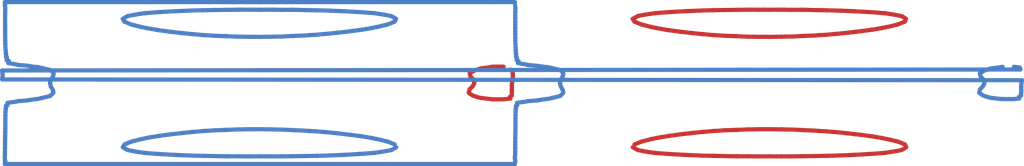
<source format=kicad_pcb>
(kicad_pcb
	(version 20240108)
	(generator "pcbnew")
	(generator_version "8.0")
	(general
		(thickness 1.6)
		(legacy_teardrops no)
	)
	(paper "A4")
	(layers
		(0 "F.Cu" signal)
		(31 "B.Cu" signal)
		(32 "B.Adhes" user "B.Adhesive")
		(33 "F.Adhes" user "F.Adhesive")
		(34 "B.Paste" user)
		(35 "F.Paste" user)
		(36 "B.SilkS" user "B.Silkscreen")
		(37 "F.SilkS" user "F.Silkscreen")
		(38 "B.Mask" user)
		(39 "F.Mask" user)
		(40 "Dwgs.User" user "User.Drawings")
		(41 "Cmts.User" user "User.Comments")
		(42 "Eco1.User" user "User.Eco1")
		(43 "Eco2.User" user "User.Eco2")
		(44 "Edge.Cuts" user)
		(45 "Margin" user)
		(46 "B.CrtYd" user "B.Courtyard")
		(47 "F.CrtYd" user "F.Courtyard")
		(48 "B.Fab" user)
		(49 "F.Fab" user)
	)
	(setup
		(pad_to_mask_clearance 0)
		(allow_soldermask_bridges_in_footprints no)
		(pcbplotparams
			(layerselection 0x00010fc_80000001)
			(plot_on_all_layers_selection 0x0000000_00000000)
			(disableapertmacros no)
			(usegerberextensions no)
			(usegerberattributes yes)
			(usegerberadvancedattributes yes)
			(creategerberjobfile yes)
			(dashed_line_dash_ratio 12.000000)
			(dashed_line_gap_ratio 3.000000)
			(svgprecision 4)
			(plotframeref yes)
			(viasonmask no)
			(mode 1)
			(useauxorigin no)
			(hpglpennumber 1)
			(hpglpenspeed 20)
			(hpglpendiameter 15.000000)
			(pdf_front_fp_property_popups yes)
			(pdf_back_fp_property_popups yes)
			(dxfpolygonmode yes)
			(dxfimperialunits yes)
			(dxfusepcbnewfont yes)
			(psnegative no)
			(psa4output no)
			(plotreference yes)
			(plotvalue yes)
			(plotfptext yes)
			(plotinvisibletext no)
			(sketchpadsonfab no)
			(subtractmaskfromsilk no)
			(outputformat 1)
			(mirror no)
			(drillshape 1)
			(scaleselection 1)
			(outputdirectory "")
		)
	)
	(net 1 "")
    (segment (start -962.48 -16.1840) (end -960.74 -15.12) (width 5.00) (layer F.Cu) (net 1))
    (segment (start -960.74 -15.1168) (end -960.34 -12.01) (width 5.00) (layer F.Cu) (net 1))
    (segment (start -960.34 -12.0070) (end -960.15 -11.31) (width 5.00) (layer F.Cu) (net 1))
    (segment (start -960.15 -11.3130) (end -960.04 -8.09) (width 5.00) (layer F.Cu) (net 1))
    (segment (start -960.04 -8.0850) (end -960.26 -7.42) (width 5.00) (layer F.Cu) (net 1))
    (segment (start -960.26 -7.4164) (end -960.40 -4.25) (width 5.00) (layer F.Cu) (net 1))
    (segment (start -960.40 -4.2508) (end -960.72 -3.47) (width 5.00) (layer F.Cu) (net 1))
    (segment (start -960.72 -3.4714) (end -961.03 -0.45) (width 5.00) (layer F.Cu) (net 1))
    (segment (start -961.03 -0.4530) (end -961.12 0.47) (width 5.00) (layer F.Cu) (net 1))
    (segment (start -961.12 0.4654) (end -961.43 3.37) (width 5.00) (layer F.Cu) (net 1))
    (segment (start -961.43 3.3742) (end -961.20 4.36) (width 5.00) (layer F.Cu) (net 1))
    (segment (start -961.20 4.3587) (end -961.40 7.26) (width 5.00) (layer F.Cu) (net 1))
    (segment (start -961.40 7.2615) (end -961.17 8.24) (width 5.00) (layer F.Cu) (net 1))
    (segment (start -961.17 8.2372) (end -961.22 11.17) (width 5.00) (layer F.Cu) (net 1))
    (segment (start -961.22 11.1680) (end -961.47 12.16) (width 5.00) (layer F.Cu) (net 1))
    (segment (start -961.47 12.1609) (end -961.39 15.03) (width 5.00) (layer F.Cu) (net 1))
    (segment (start -961.39 15.0272) (end -963.38 16.31) (width 5.00) (layer F.Cu) (net 1))
    (segment (start -963.38 16.3105) (end -963.20 18.66) (width 5.00) (layer F.Cu) (net 1))
    (segment (start -963.20 18.6579) (end -971.08 19.50) (width 5.00) (layer F.Cu) (net 1))
    (segment (start -971.08 19.5024) (end -983.71 19.54) (width 5.00) (layer F.Cu) (net 1))
    (segment (start -983.71 19.5441) (end -984.53 19.46) (width 5.00) (layer F.Cu) (net 1))
    (segment (start -984.53 19.4649) (end -984.72 19.44) (width 5.00) (layer F.Cu) (net 1))
    (segment (start -984.72 19.4376) (end -997.98 17.91) (width 5.00) (layer F.Cu) (net 1))
    (segment (start -997.98 17.9121) (end -999.27 17.64) (width 5.00) (layer F.Cu) (net 1))
    (segment (start -999.27 17.6424) (end -1002.77 16.82) (width 5.00) (layer F.Cu) (net 1))
    (segment (start -1002.77 16.8231) (end -1007.98 14.99) (width 5.00) (layer F.Cu) (net 1))
    (segment (start -1007.98 14.9939) (end -1011.42 12.87) (width 5.00) (layer F.Cu) (net 1))
    (segment (start -1011.42 12.8743) (end -1012.65 11.81) (width 5.00) (layer F.Cu) (net 1))
    (segment (start -1012.65 11.8097) (end -1012.78 11.47) (width 5.00) (layer F.Cu) (net 1))
    (segment (start -1012.78 11.4685) (end -1011.93 7.83) (width 5.00) (layer F.Cu) (net 1))
    (segment (start -1011.93 7.8315) (end -1011.85 7.71) (width 5.00) (layer F.Cu) (net 1))
    (segment (start -1011.85 7.7090) (end -1011.42 7.05) (width 5.00) (layer F.Cu) (net 1))
    (segment (start -1011.42 7.0502) (end -1008.60 4.32) (width 5.00) (layer F.Cu) (net 1))
    (segment (start -1008.60 4.3248) (end -1007.91 3.34) (width 5.00) (layer F.Cu) (net 1))
    (segment (start -1007.91 3.3354) (end -1006.41 0.77) (width 5.00) (layer F.Cu) (net 1))
    (segment (start -1006.41 0.7706) (end -1006.22 -0.80) (width 5.00) (layer F.Cu) (net 1))
    (segment (start -1006.22 -0.7987) (end -1007.08 -3.21) (width 5.00) (layer F.Cu) (net 1))
    (segment (start -1007.08 -3.2114) (end -1007.69 -4.46) (width 5.00) (layer F.Cu) (net 1))
    (segment (start -1007.69 -4.4620) (end -1010.50 -7.62) (width 5.00) (layer F.Cu) (net 1))
    (segment (start -1010.50 -7.6175) (end -1010.65 -7.89) (width 5.00) (layer F.Cu) (net 1))
    (segment (start -1010.65 -7.8893) (end -1011.42 -10.69) (width 5.00) (layer F.Cu) (net 1))
    (segment (start -1011.42 -10.6864) (end -1011.61 -11.62) (width 5.00) (layer F.Cu) (net 1))
    (segment (start -1011.61 -11.6233) (end -1011.59 -11.67) (width 5.00) (layer F.Cu) (net 1))
    (segment (start -1011.59 -11.6697) (end -1011.42 -11.80) (width 5.00) (layer F.Cu) (net 1))
    (segment (start -1011.42 -11.8018) (end -1006.50 -14.77) (width 5.00) (layer F.Cu) (net 1))
    (segment (start -1006.50 -14.7730) (end -999.10 -17.32) (width 5.00) (layer F.Cu) (net 1))
    (segment (start -999.10 -17.3233) (end -998.28 -17.51) (width 5.00) (layer F.Cu) (net 1))
    (segment (start -998.28 -17.5112) (end -997.98 -17.58) (width 5.00) (layer F.Cu) (net 1))
    (segment (start -997.98 -17.5753) (end -984.83 -19.45) (width 5.00) (layer F.Cu) (net 1))
    (segment (start -984.83 -19.4530) (end -984.53 -19.51) (width 5.00) (layer F.Cu) (net 1))
    (segment (start -984.53 -19.5051) (end -983.13 -19.63) (width 5.00) (layer F.Cu) (net 1))
    (segment (start -983.13 -19.6343) (end -971.08 -19.64) (width 5.00) (layer F.Cu) (net 1))
    (segment (start -789.69 -83.8060) (end -777.29 -84.79) (width 5.00) (layer F.Cu) (net 1))
    (segment (start -777.29 -84.7929) (end -771.55 -85.13) (width 5.00) (layer F.Cu) (net 1))
    (segment (start -771.55 -85.1303) (end -763.97 -85.63) (width 5.00) (layer F.Cu) (net 1))
    (segment (start -763.97 -85.6267) (end -754.05 -86.11) (width 5.00) (layer F.Cu) (net 1))
    (segment (start -754.05 -86.1073) (end -750.24 -86.31) (width 5.00) (layer F.Cu) (net 1))
    (segment (start -750.24 -86.3117) (end -737.01 -86.85) (width 5.00) (layer F.Cu) (net 1))
    (segment (start -737.01 -86.8545) (end -736.23 -86.89) (width 5.00) (layer F.Cu) (net 1))
    (segment (start -736.23 -86.8901) (end -732.22 -87.04) (width 5.00) (layer F.Cu) (net 1))
    (segment (start -732.22 -87.0410) (end -721.90 -87.28) (width 5.00) (layer F.Cu) (net 1))
    (segment (start -721.90 -87.2835) (end -720.76 -87.30) (width 5.00) (layer F.Cu) (net 1))
    (segment (start -720.76 -87.3000) (end -707.31 -87.55) (width 5.00) (layer F.Cu) (net 1))
    (segment (start -707.31 -87.5511) (end -705.94 -87.57) (width 5.00) (layer F.Cu) (net 1))
    (segment (start -705.94 -87.5674) (end -692.60 -87.74) (width 5.00) (layer F.Cu) (net 1))
    (segment (start -692.60 -87.7448) (end -689.90 -87.76) (width 5.00) (layer F.Cu) (net 1))
    (segment (start -689.90 -87.7553) (end -681.79 -87.90) (width 5.00) (layer F.Cu) (net 1))
    (segment (start -681.79 -87.9021) (end -677.38 -87.92) (width 5.00) (layer F.Cu) (net 1))
    (segment (start -677.38 -87.9168) (end -674.73 -87.95) (width 5.00) (layer F.Cu) (net 1))
    (segment (start -674.73 -87.9525) (end -666.05 -87.90) (width 5.00) (layer F.Cu) (net 1))
    (segment (start -666.05 -87.8955) (end -661.19 -87.94) (width 5.00) (layer F.Cu) (net 1))
    (segment (start -661.19 -87.9419) (end -652.69 -87.84) (width 5.00) (layer F.Cu) (net 1))
    (segment (start -652.69 -87.8395) (end -643.78 -87.94) (width 5.00) (layer F.Cu) (net 1))
    (segment (start -643.78 -87.9449) (end -639.44 -87.91) (width 5.00) (layer F.Cu) (net 1))
    (segment (start -639.44 -87.9080) (end -636.08 -87.93) (width 5.00) (layer F.Cu) (net 1))
    (segment (start -636.08 -87.9258) (end -627.13 -87.77) (width 5.00) (layer F.Cu) (net 1))
    (segment (start -627.13 -87.7675) (end -615.37 -87.81) (width 5.00) (layer F.Cu) (net 1))
    (segment (start -615.37 -87.8141) (end -612.89 -87.79) (width 5.00) (layer F.Cu) (net 1))
    (segment (start -612.89 -87.7893) (end -612.05 -87.78) (width 5.00) (layer F.Cu) (net 1))
    (segment (start -612.05 -87.7837) (end -608.70 -87.73) (width 5.00) (layer F.Cu) (net 1))
    (segment (start -608.70 -87.7299) (end -598.94 -87.48) (width 5.00) (layer F.Cu) (net 1))
    (segment (start -598.94 -87.4810) (end -591.48 -87.37) (width 5.00) (layer F.Cu) (net 1))
    (segment (start -591.48 -87.3692) (end -585.93 -87.24) (width 5.00) (layer F.Cu) (net 1))
    (segment (start -585.93 -87.2402) (end -584.24 -87.22) (width 5.00) (layer F.Cu) (net 1))
    (segment (start -584.24 -87.2160) (end -574.62 -86.97) (width 5.00) (layer F.Cu) (net 1))
    (segment (start -574.62 -86.9734) (end -569.29 -86.81) (width 5.00) (layer F.Cu) (net 1))
    (segment (start -569.29 -86.8060) (end -568.25 -86.76) (width 5.00) (layer F.Cu) (net 1))
    (segment (start -568.25 -86.7582) (end -555.54 -86.25) (width 5.00) (layer F.Cu) (net 1))
    (segment (start -555.54 -86.2476) (end -551.42 -86.02) (width 5.00) (layer F.Cu) (net 1))
    (segment (start -551.42 -86.0177) (end -541.93 -85.55) (width 5.00) (layer F.Cu) (net 1))
    (segment (start -541.93 -85.5521) (end -533.96 -85.04) (width 5.00) (layer F.Cu) (net 1))
    (segment (start -533.96 -85.0351) (end -528.55 -84.72) (width 5.00) (layer F.Cu) (net 1))
    (segment (start -528.55 -84.7246) (end -515.54 -83.73) (width 5.00) (layer F.Cu) (net 1))
    (segment (start -515.54 -83.7255) (end -515.43 -83.72) (width 5.00) (layer F.Cu) (net 1))
    (segment (start -515.43 -83.7185) (end -515.29 -83.70) (width 5.00) (layer F.Cu) (net 1))
    (segment (start -515.29 -83.7001) (end -504.32 -82.00) (width 5.00) (layer F.Cu) (net 1))
    (segment (start -504.32 -81.9960) (end -496.09 -80.36) (width 5.00) (layer F.Cu) (net 1))
    (segment (start -496.09 -80.3592) (end -494.28 -79.68) (width 5.00) (layer F.Cu) (net 1))
    (segment (start -494.28 -79.6814) (end -490.23 -77.02) (width 5.00) (layer F.Cu) (net 1))
    (segment (start -490.23 -77.0183) (end -491.14 -74.38) (width 5.00) (layer F.Cu) (net 1))
    (segment (start -491.14 -74.3789) (end -491.67 -73.68) (width 5.00) (layer F.Cu) (net 1))
    (segment (start -491.67 -73.6774) (end -492.05 -73.41) (width 5.00) (layer F.Cu) (net 1))
    (segment (start -492.05 -73.4103) (end -499.74 -70.34) (width 5.00) (layer F.Cu) (net 1))
    (segment (start -499.74 -70.3365) (end -500.00 -70.23) (width 5.00) (layer F.Cu) (net 1))
    (segment (start -500.00 -70.2271) (end -501.22 -69.94) (width 5.00) (layer F.Cu) (net 1))
    (segment (start -501.22 -69.9396) (end -509.83 -67.80) (width 5.00) (layer F.Cu) (net 1))
    (segment (start -509.83 -67.8003) (end -513.92 -67.05) (width 5.00) (layer F.Cu) (net 1))
    (segment (start -513.92 -67.0530) (end -519.64 -65.81) (width 5.00) (layer F.Cu) (net 1))
    (segment (start -519.64 -65.8053) (end -530.79 -63.91) (width 5.00) (layer F.Cu) (net 1))
    (segment (start -530.79 -63.9132) (end -530.89 -63.89) (width 5.00) (layer F.Cu) (net 1))
    (segment (start -530.89 -63.8943) (end -530.96 -63.89) (width 5.00) (layer F.Cu) (net 1))
    (segment (start -530.96 -63.8865) (end -533.05 -63.65) (width 5.00) (layer F.Cu) (net 1))
    (segment (start -533.05 -63.6474) (end -544.69 -62.04) (width 5.00) (layer F.Cu) (net 1))
    (segment (start -544.69 -62.0392) (end -545.10 -61.97) (width 5.00) (layer F.Cu) (net 1))
    (segment (start -545.10 -61.9662) (end -550.23 -61.46) (width 5.00) (layer F.Cu) (net 1))
    (segment (start -550.23 -61.4592) (end -558.55 -60.44) (width 5.00) (layer F.Cu) (net 1))
    (segment (start -558.55 -60.4391) (end -559.83 -60.34) (width 5.00) (layer F.Cu) (net 1))
    (segment (start -559.83 -60.3384) (end -571.99 -59.03) (width 5.00) (layer F.Cu) (net 1))
    (segment (start -571.99 -59.0305) (end -576.12 -58.77) (width 5.00) (layer F.Cu) (net 1))
    (segment (start -576.12 -58.7652) (end -585.44 -57.85) (width 5.00) (layer F.Cu) (net 1))
    (segment (start -585.44 -57.8536) (end -593.96 -57.44) (width 5.00) (layer F.Cu) (net 1))
    (segment (start -593.96 -57.4441) (end -598.89 -57.04) (width 5.00) (layer F.Cu) (net 1))
    (segment (start -598.89 -57.0352) (end -610.62 -56.59) (width 5.00) (layer F.Cu) (net 1))
    (segment (start -610.62 -56.5878) (end -612.34 -56.48) (width 5.00) (layer F.Cu) (net 1))
    (segment (start -612.34 -56.4770) (end -613.55 -56.45) (width 5.00) (layer F.Cu) (net 1))
    (segment (start -613.55 -56.4480) (end -625.79 -55.82) (width 5.00) (layer F.Cu) (net 1))
    (segment (start -625.79 -55.8162) (end -635.43 -55.68) (width 5.00) (layer F.Cu) (net 1))
    (segment (start -635.43 -55.6758) (end -639.24 -55.51) (width 5.00) (layer F.Cu) (net 1))
    (segment (start -639.24 -55.5119) (end -645.26 -55.51) (width 5.00) (layer F.Cu) (net 1))
    (segment (start -645.26 -55.5062) (end -652.69 -55.35) (width 5.00) (layer F.Cu) (net 1))
    (segment (start -652.69 -55.3463) (end -660.73 -55.44) (width 5.00) (layer F.Cu) (net 1))
    (segment (start -660.73 -55.4377) (end -666.14 -55.39) (width 5.00) (layer F.Cu) (net 1))
    (segment (start -666.14 -55.3876) (end -671.92 -55.54) (width 5.00) (layer F.Cu) (net 1))
    (segment (start -671.92 -55.5366) (end -679.59 -55.60) (width 5.00) (layer F.Cu) (net 1))
    (segment (start -679.59 -55.5961) (end -692.18 -56.15) (width 5.00) (layer F.Cu) (net 1))
    (segment (start -692.18 -56.1521) (end -693.04 -56.18) (width 5.00) (layer F.Cu) (net 1))
    (segment (start -693.04 -56.1790) (end -693.72 -56.21) (width 5.00) (layer F.Cu) (net 1))
    (segment (start -693.72 -56.2121) (end -706.49 -56.65) (width 5.00) (layer F.Cu) (net 1))
    (segment (start -706.49 -56.6455) (end -714.39 -57.17) (width 5.00) (layer F.Cu) (net 1))
    (segment (start -714.39 -57.1718) (end -719.94 -57.47) (width 5.00) (layer F.Cu) (net 1))
    (segment (start -719.94 -57.4670) (end -731.71 -58.52) (width 5.00) (layer F.Cu) (net 1))
    (segment (start -731.71 -58.5168) (end -733.39 -58.65) (width 5.00) (layer F.Cu) (net 1))
    (segment (start -733.39 -58.6518) (end -744.14 -59.74) (width 5.00) (layer F.Cu) (net 1))
    (segment (start -744.14 -59.7404) (end -746.84 -60.04) (width 5.00) (layer F.Cu) (net 1))
    (segment (start -746.84 -60.0376) (end -747.42 -60.11) (width 5.00) (layer F.Cu) (net 1))
    (segment (start -747.42 -60.1064) (end -760.29 -61.57) (width 5.00) (layer F.Cu) (net 1))
    (segment (start -760.29 -61.5658) (end -762.27 -61.83) (width 5.00) (layer F.Cu) (net 1))
    (segment (start -762.27 -61.8316) (end -773.66 -63.40) (width 5.00) (layer F.Cu) (net 1))
    (segment (start -773.66 -63.3976) (end -775.39 -63.67) (width 5.00) (layer F.Cu) (net 1))
    (segment (start -775.39 -63.6708) (end -777.78 -64.04) (width 5.00) (layer F.Cu) (net 1))
    (segment (start -777.78 -64.0443) (end -786.50 -65.56) (width 5.00) (layer F.Cu) (net 1))
    (segment (start -786.50 -65.5618) (end -794.09 -67.05) (width 5.00) (layer F.Cu) (net 1))
    (segment (start -794.09 -67.0549) (end -796.25 -67.60) (width 5.00) (layer F.Cu) (net 1))
    (segment (start -796.25 -67.5978) (end -802.95 -69.31) (width 5.00) (layer F.Cu) (net 1))
    (segment (start -802.95 -69.3139) (end -805.81 -70.07) (width 5.00) (layer F.Cu) (net 1))
    (segment (start -805.81 -70.0706) (end -806.85 -70.34) (width 5.00) (layer F.Cu) (net 1))
    (segment (start -806.85 -70.3365) (end -813.77 -73.27) (width 5.00) (layer F.Cu) (net 1))
    (segment (start -813.77 -73.2716) (end -814.79 -73.68) (width 5.00) (layer F.Cu) (net 1))
    (segment (start -814.79 -73.6774) (end -815.31 -74.73) (width 5.00) (layer F.Cu) (net 1))
    (segment (start -815.31 -74.7302) (end -816.86 -77.02) (width 5.00) (layer F.Cu) (net 1))
    (segment (start -816.86 -77.0183) (end -811.64 -79.82) (width 5.00) (layer F.Cu) (net 1))
    (segment (start -811.64 -79.8232) (end -810.73 -80.36) (width 5.00) (layer F.Cu) (net 1))
    (segment (start -810.73 -80.3592) (end -801.61 -82.08) (width 5.00) (layer F.Cu) (net 1))
    (segment (start -801.61 -82.0782) (end -791.03 -83.70) (width 5.00) (layer F.Cu) (net 1))
    (segment (start -814.80 73.6774) (end -813.78 73.27) (width 5.00) (layer F.Cu) (net 1))
    (segment (start -813.78 73.2682) (end -806.86 70.34) (width 5.00) (layer F.Cu) (net 1))
    (segment (start -806.86 70.3365) (end -805.81 70.07) (width 5.00) (layer F.Cu) (net 1))
    (segment (start -805.81 70.0690) (end -803.69 69.51) (width 5.00) (layer F.Cu) (net 1))
    (segment (start -803.69 69.5142) (end -796.91 67.75) (width 5.00) (layer F.Cu) (net 1))
    (segment (start -796.91 67.7452) (end -792.65 66.73) (width 5.00) (layer F.Cu) (net 1))
    (segment (start -792.65 66.7316) (end -787.25 65.66) (width 5.00) (layer F.Cu) (net 1))
    (segment (start -787.25 65.6642) (end -783.99 65.08) (width 5.00) (layer F.Cu) (net 1))
    (segment (start -783.99 65.0798) (end -774.72 63.57) (width 5.00) (layer F.Cu) (net 1))
    (segment (start -774.72 63.5727) (end -772.29 63.20) (width 5.00) (layer F.Cu) (net 1))
    (segment (start -772.29 63.2038) (end -762.43 61.85) (width 5.00) (layer F.Cu) (net 1))
    (segment (start -762.43 61.8459) (end -760.29 61.55) (width 5.00) (layer F.Cu) (net 1))
    (segment (start -760.29 61.5549) (end -747.55 60.09) (width 5.00) (layer F.Cu) (net 1))
    (segment (start -747.55 60.0893) (end -746.84 60.00) (width 5.00) (layer F.Cu) (net 1))
    (segment (start -746.84 60.0038) (end -743.54 59.65) (width 5.00) (layer F.Cu) (net 1))
    (segment (start -743.54 59.6460) (end -733.39 58.63) (width 5.00) (layer F.Cu) (net 1))
    (segment (start -733.39 58.6307) (end -731.80 58.50) (width 5.00) (layer F.Cu) (net 1))
    (segment (start -731.80 58.5021) (end -719.94 57.45) (width 5.00) (layer F.Cu) (net 1))
    (segment (start -719.94 57.4509) (end -714.50 57.16) (width 5.00) (layer F.Cu) (net 1))
    (segment (start -714.50 57.1554) (end -706.49 56.61) (width 5.00) (layer F.Cu) (net 1))
    (segment (start -706.49 56.6120) (end -693.80 56.20) (width 5.00) (layer F.Cu) (net 1))
    (segment (start -693.80 56.2014) (end -693.04 56.17) (width 5.00) (layer F.Cu) (net 1))
    (segment (start -693.04 56.1651) (end -692.10 56.14) (width 5.00) (layer F.Cu) (net 1))
    (segment (start -692.10 56.1381) (end -679.59 55.62) (width 5.00) (layer F.Cu) (net 1))
    (segment (start -679.59 55.6151) (end -671.94 55.53) (width 5.00) (layer F.Cu) (net 1))
    (segment (start -671.94 55.5346) (end -666.14 55.37) (width 5.00) (layer F.Cu) (net 1))
    (segment (start -666.14 55.3690) (end -660.57 55.41) (width 5.00) (layer F.Cu) (net 1))
    (segment (start -660.57 55.4142) (end -652.69 55.32) (width 5.00) (layer F.Cu) (net 1))
    (segment (start -652.69 55.3196) (end -645.38 55.49) (width 5.00) (layer F.Cu) (net 1))
    (segment (start -645.38 55.4895) (end -639.24 55.51) (width 5.00) (layer F.Cu) (net 1))
    (segment (start -639.24 55.5060) (end -635.33 55.66) (width 5.00) (layer F.Cu) (net 1))
    (segment (start -635.33 55.6608) (end -625.79 55.78) (width 5.00) (layer F.Cu) (net 1))
    (segment (start -625.79 55.7788) (end -613.23 56.41) (width 5.00) (layer F.Cu) (net 1))
    (segment (start -613.23 56.4071) (end -612.34 56.43) (width 5.00) (layer F.Cu) (net 1))
    (segment (start -612.34 56.4281) (end -611.05 56.52) (width 5.00) (layer F.Cu) (net 1))
    (segment (start -611.05 56.5176) (end -598.89 57.03) (width 5.00) (layer F.Cu) (net 1))
    (segment (start -598.89 57.0325) (end -593.99 57.45) (width 5.00) (layer F.Cu) (net 1))
    (segment (start -593.99 57.4480) (end -585.44 57.87) (width 5.00) (layer F.Cu) (net 1))
    (segment (start -585.44 57.8653) (end -575.92 58.74) (width 5.00) (layer F.Cu) (net 1))
    (segment (start -575.92 58.7390) (end -571.99 58.97) (width 5.00) (layer F.Cu) (net 1))
    (segment (start -571.99 58.9696) (end -559.61 60.31) (width 5.00) (layer F.Cu) (net 1))
    (segment (start -559.61 60.3110) (end -558.55 60.40) (width 5.00) (layer F.Cu) (net 1))
    (segment (start -558.55 60.3956) (end -551.20 61.33) (width 5.00) (layer F.Cu) (net 1))
    (segment (start -551.20 61.3254) (end -545.10 61.95) (width 5.00) (layer F.Cu) (net 1))
    (segment (start -545.10 61.9489) (end -544.63 62.03) (width 5.00) (layer F.Cu) (net 1))
    (segment (start -544.63 62.0311) (end -530.89 63.86) (width 5.00) (layer F.Cu) (net 1))
    (segment (start -530.89 63.8591) (end -530.53 63.93) (width 5.00) (layer F.Cu) (net 1))
    (segment (start -530.53 63.9273) (end -530.14 64.02) (width 5.00) (layer F.Cu) (net 1))
    (segment (start -530.14 64.0213) (end -519.08 65.85) (width 5.00) (layer F.Cu) (net 1))
    (segment (start -519.08 65.8516) (end -513.39 67.09) (width 5.00) (layer F.Cu) (net 1))
    (segment (start -513.39 67.0945) (end -509.76 67.77) (width 5.00) (layer F.Cu) (net 1))
    (segment (start -509.76 67.7680) (end -501.49 69.83) (width 5.00) (layer F.Cu) (net 1))
    (segment (start -501.49 69.8286) (end -499.97 70.19) (width 5.00) (layer F.Cu) (net 1))
    (segment (start -499.97 70.1878) (end -499.60 70.34) (width 5.00) (layer F.Cu) (net 1))
    (segment (start -499.60 70.3365) (end -491.97 73.37) (width 5.00) (layer F.Cu) (net 1))
    (segment (start -491.97 73.3694) (end -491.52 73.68) (width 5.00) (layer F.Cu) (net 1))
    (segment (start -491.52 73.6774) (end -490.90 74.49) (width 5.00) (layer F.Cu) (net 1))
    (segment (start -490.90 74.4900) (end -490.04 77.02) (width 5.00) (layer F.Cu) (net 1))
    (segment (start -490.04 77.0183) (end -494.20 79.72) (width 5.00) (layer F.Cu) (net 1))
    (segment (start -494.20 79.7156) (end -495.96 80.36) (width 5.00) (layer F.Cu) (net 1))
    (segment (start -495.96 80.3592) (end -504.33 81.99) (width 5.00) (layer F.Cu) (net 1))
    (segment (start -504.33 81.9909) (end -515.46 83.69) (width 5.00) (layer F.Cu) (net 1))
    (segment (start -515.46 83.6947) (end -515.48 83.70) (width 5.00) (layer F.Cu) (net 1))
    (segment (start -515.48 83.6975) (end -515.50 83.70) (width 5.00) (layer F.Cu) (net 1))
    (segment (start -515.50 83.7001) (end -528.58 84.71) (width 5.00) (layer F.Cu) (net 1))
    (segment (start -528.58 84.7100) (end -533.94 85.03) (width 5.00) (layer F.Cu) (net 1))
    (segment (start -533.94 85.0268) (end -541.91 85.56) (width 5.00) (layer F.Cu) (net 1))
    (segment (start -541.91 85.5625) (end -551.48 86.05) (width 5.00) (layer F.Cu) (net 1))
    (segment (start -551.48 86.0463) (end -555.49 86.27) (width 5.00) (layer F.Cu) (net 1))
    (segment (start -555.49 86.2703) (end -568.28 86.77) (width 5.00) (layer F.Cu) (net 1))
    (segment (start -568.28 86.7709) (end -569.32 86.82) (width 5.00) (layer F.Cu) (net 1))
    (segment (start -569.32 86.8175) (end -576.92 87.04) (width 5.00) (layer F.Cu) (net 1))
    (segment (start -576.92 87.0410) (end -583.70 87.22) (width 5.00) (layer F.Cu) (net 1))
    (segment (start -583.70 87.2237) (end -584.57 87.24) (width 5.00) (layer F.Cu) (net 1))
    (segment (start -584.57 87.2367) (end -597.76 87.50) (width 5.00) (layer F.Cu) (net 1))
    (segment (start -597.76 87.4970) (end -599.62 87.52) (width 5.00) (layer F.Cu) (net 1))
    (segment (start -599.62 87.5209) (end -612.85 87.72) (width 5.00) (layer F.Cu) (net 1))
    (segment (start -612.85 87.7200) (end -615.70 87.73) (width 5.00) (layer F.Cu) (net 1))
    (segment (start -615.70 87.7338) (end -624.77 87.88) (width 5.00) (layer F.Cu) (net 1))
    (segment (start -624.77 87.8840) (end -627.96 87.90) (width 5.00) (layer F.Cu) (net 1))
    (segment (start -627.96 87.8973) (end -631.08 87.93) (width 5.00) (layer F.Cu) (net 1))
    (segment (start -631.08 87.9331) (end -639.27 87.88) (width 5.00) (layer F.Cu) (net 1))
    (segment (start -639.27 87.8802) (end -645.11 87.93) (width 5.00) (layer F.Cu) (net 1))
    (segment (start -645.11 87.9302) (end -652.69 87.84) (width 5.00) (layer F.Cu) (net 1))
    (segment (start -652.69 87.8351) (end -662.51 87.95) (width 5.00) (layer F.Cu) (net 1))
    (segment (start -662.51 87.9483) (end -665.94 87.91) (width 5.00) (layer F.Cu) (net 1))
    (segment (start -665.94 87.9137) (end -670.02 87.93) (width 5.00) (layer F.Cu) (net 1))
    (segment (start -670.02 87.9328) (end -678.28 87.78) (width 5.00) (layer F.Cu) (net 1))
    (segment (start -678.28 87.7795) (end -690.63 87.83) (width 5.00) (layer F.Cu) (net 1))
    (segment (start -690.63 87.8335) (end -692.51 87.81) (width 5.00) (layer F.Cu) (net 1))
    (segment (start -692.51 87.8080) (end -693.46 87.80) (width 5.00) (layer F.Cu) (net 1))
    (segment (start -693.46 87.8025) (end -698.10 87.75) (width 5.00) (layer F.Cu) (net 1))
    (segment (start -698.10 87.7468) (end -706.46 87.52) (width 5.00) (layer F.Cu) (net 1))
    (segment (start -706.46 87.5183) (end -714.01 87.43) (width 5.00) (layer F.Cu) (net 1))
    (segment (start -714.01 87.4262) (end -719.00 87.29) (width 5.00) (layer F.Cu) (net 1))
    (segment (start -719.00 87.2868) (end -721.04 87.26) (width 5.00) (layer F.Cu) (net 1))
    (segment (start -721.04 87.2605) (end -733.38 86.99) (width 5.00) (layer F.Cu) (net 1))
    (segment (start -733.38 86.9888) (end -736.26 86.87) (width 5.00) (layer F.Cu) (net 1))
    (segment (start -736.26 86.8689) (end -737.06 86.83) (width 5.00) (layer F.Cu) (net 1))
    (segment (start -737.06 86.8342) (end -750.25 86.32) (width 5.00) (layer F.Cu) (net 1))
    (segment (start -750.25 86.3151) (end -754.06 86.11) (width 5.00) (layer F.Cu) (net 1))
    (segment (start -754.06 86.1057) (end -763.96 85.62) (width 5.00) (layer F.Cu) (net 1))
    (segment (start -763.96 85.6231) (end -771.55 85.13) (width 5.00) (layer F.Cu) (net 1))
    (segment (start -771.55 85.1300) (end -777.30 84.80) (width 5.00) (layer F.Cu) (net 1))
    (segment (start -777.30 84.7968) (end -789.65 83.82) (width 5.00) (layer F.Cu) (net 1))
    (segment (start -789.65 83.8231) (end -790.13 83.79) (width 5.00) (layer F.Cu) (net 1))
    (segment (start -790.13 83.7890) (end -791.20 83.70) (width 5.00) (layer F.Cu) (net 1))
    (segment (start -791.20 83.7001) (end -801.63 82.09) (width 5.00) (layer F.Cu) (net 1))
    (segment (start -801.63 82.0882) (end -810.71 80.36) (width 5.00) (layer F.Cu) (net 1))
    (segment (start -810.71 80.3592) (end -811.62 79.82) (width 5.00) (layer F.Cu) (net 1))
    (segment (start -811.62 79.8154) (end -816.83 77.02) (width 5.00) (layer F.Cu) (net 1))
    (segment (start -1125.39 -83.7214) (end -1138.33 -84.72) (width 5.00) (layer B.Cu) (net 1))
    (segment (start -1138.33 -84.7225) (end -1143.71 -85.03) (width 5.00) (layer B.Cu) (net 1))
    (segment (start -1143.71 -85.0329) (end -1151.69 -85.55) (width 5.00) (layer B.Cu) (net 1))
    (segment (start -1151.69 -85.5510) (end -1161.19 -86.02) (width 5.00) (layer B.Cu) (net 1))
    (segment (start -1161.19 -86.0171) (end -1165.33 -86.25) (width 5.00) (layer B.Cu) (net 1))
    (segment (start -1165.33 -86.2473) (end -1178.08 -86.76) (width 5.00) (layer B.Cu) (net 1))
    (segment (start -1178.08 -86.7580) (end -1179.14 -86.81) (width 5.00) (layer B.Cu) (net 1))
    (segment (start -1179.14 -86.8058) (end -1184.04 -86.97) (width 5.00) (layer B.Cu) (net 1))
    (segment (start -1184.04 -86.9733) (end -1194.05 -87.22) (width 5.00) (layer B.Cu) (net 1))
    (segment (start -1194.05 -87.2155) (end -1195.77 -87.24) (width 5.00) (layer B.Cu) (net 1))
    (segment (start -1195.77 -87.2396) (end -1200.97 -87.37) (width 5.00) (layer B.Cu) (net 1))
    (segment (start -1200.97 -87.3681) (end -1208.81 -87.48) (width 5.00) (layer B.Cu) (net 1))
    (segment (start -1208.81 -87.4797) (end -1218.27 -87.73) (width 5.00) (layer B.Cu) (net 1))
    (segment (start -1218.27 -87.7290) (end -1221.89 -87.78) (width 5.00) (layer B.Cu) (net 1))
    (segment (start -1221.89 -87.7824) (end -1222.74 -87.79) (width 5.00) (layer B.Cu) (net 1))
    (segment (start -1222.74 -87.7879) (end -1224.96 -87.81) (width 5.00) (layer B.Cu) (net 1))
    (segment (start -1224.96 -87.8126) (end -1236.99 -87.77) (width 5.00) (layer B.Cu) (net 1))
    (segment (start -1236.99 -87.7661) (end -1245.73 -87.92) (width 5.00) (layer B.Cu) (net 1))
    (segment (start -1245.73 -87.9249) (end -1249.31 -87.91) (width 5.00) (layer B.Cu) (net 1))
    (segment (start -1249.31 -87.9072) (end -1253.34 -87.94) (width 5.00) (layer B.Cu) (net 1))
    (segment (start -1253.34 -87.9442) (end -1262.56 -87.84) (width 5.00) (layer B.Cu) (net 1))
    (segment (start -1262.56 -87.8390) (end -1270.74 -87.94) (width 5.00) (layer B.Cu) (net 1))
    (segment (start -1270.74 -87.9414) (end -1275.92 -87.90) (width 5.00) (layer B.Cu) (net 1))
    (segment (start -1275.92 -87.8950) (end -1284.40 -87.95) (width 5.00) (layer B.Cu) (net 1))
    (segment (start -1284.40 -87.9519) (end -1287.25 -87.92) (width 5.00) (layer B.Cu) (net 1))
    (segment (start -1287.25 -87.9159) (end -1291.35 -87.90) (width 5.00) (layer B.Cu) (net 1))
    (segment (start -1291.35 -87.9011) (end -1299.71 -87.75) (width 5.00) (layer B.Cu) (net 1))
    (segment (start -1299.71 -87.7542) (end -1302.40 -87.74) (width 5.00) (layer B.Cu) (net 1))
    (segment (start -1302.40 -87.7437) (end -1315.77 -87.57) (width 5.00) (layer B.Cu) (net 1))
    (segment (start -1315.77 -87.5655) (end -1317.15 -87.55) (width 5.00) (layer B.Cu) (net 1))
    (segment (start -1317.15 -87.5491) (end -1330.60 -87.30) (width 5.00) (layer B.Cu) (net 1))
    (segment (start -1330.60 -87.2968) (end -1331.73 -87.28) (width 5.00) (layer B.Cu) (net 1))
    (segment (start -1331.73 -87.2804) (end -1341.51 -87.04) (width 5.00) (layer B.Cu) (net 1))
    (segment (start -1341.51 -87.0410) (end -1346.07 -86.88) (width 5.00) (layer B.Cu) (net 1))
    (segment (start -1346.07 -86.8843) (end -1346.87 -86.85) (width 5.00) (layer B.Cu) (net 1))
    (segment (start -1346.87 -86.8472) (end -1360.01 -86.30) (width 5.00) (layer B.Cu) (net 1))
    (segment (start -1360.01 -86.3040) (end -1363.85 -86.10) (width 5.00) (layer B.Cu) (net 1))
    (segment (start -1363.85 -86.0969) (end -1373.70 -85.62) (width 5.00) (layer B.Cu) (net 1))
    (segment (start -1373.70 -85.6176) (end -1381.34 -85.12) (width 5.00) (layer B.Cu) (net 1))
    (segment (start -1381.34 -85.1176) (end -1387.04 -84.78) (width 5.00) (layer B.Cu) (net 1))
    (segment (start -1387.04 -84.7833) (end -1399.57 -83.79) (width 5.00) (layer B.Cu) (net 1))
    (segment (start -1399.57 -83.7938) (end -1399.94 -83.77) (width 5.00) (layer B.Cu) (net 1))
    (segment (start -1399.94 -83.7679) (end -1400.68 -83.70) (width 5.00) (layer B.Cu) (net 1))
    (segment (start -1400.68 -83.7001) (end -1411.34 -82.07) (width 5.00) (layer B.Cu) (net 1))
    (segment (start -1411.34 -82.0690) (end -1420.31 -80.36) (width 5.00) (layer B.Cu) (net 1))
    (segment (start -1420.31 -80.3592) (end -1421.42 -79.81) (width 5.00) (layer B.Cu) (net 1))
    (segment (start -1421.42 -79.8131) (end -1426.35 -77.02) (width 5.00) (layer B.Cu) (net 1))
    (segment (start -1426.35 -77.0183) (end -1425.07 -74.73) (width 5.00) (layer B.Cu) (net 1))
    (segment (start -1425.07 -74.7256) (end -1424.47 -73.68) (width 5.00) (layer B.Cu) (net 1))
    (segment (start -1424.47 -73.6774) (end -1423.59 -73.27) (width 5.00) (layer B.Cu) (net 1))
    (segment (start -1423.59 -73.2716) (end -1416.56 -70.34) (width 5.00) (layer B.Cu) (net 1))
    (segment (start -1416.56 -70.3365) (end -1415.65 -70.07) (width 5.00) (layer B.Cu) (net 1))
    (segment (start -1415.65 -70.0682) (end -1412.70 -69.30) (width 5.00) (layer B.Cu) (net 1))
    (segment (start -1412.70 -69.3034) (end -1406.06 -67.59) (width 5.00) (layer B.Cu) (net 1))
    (segment (start -1406.06 -67.5944) (end -1403.64 -67.05) (width 5.00) (layer B.Cu) (net 1))
    (segment (start -1403.64 -67.0545) (end -1396.27 -65.56) (width 5.00) (layer B.Cu) (net 1))
    (segment (start -1396.27 -65.5574) (end -1387.34 -64.04) (width 5.00) (layer B.Cu) (net 1))
    (segment (start -1387.34 -64.0441) (end -1385.18 -63.67) (width 5.00) (layer B.Cu) (net 1))
    (segment (start -1385.18 -63.6656) (end -1383.52 -63.39) (width 5.00) (layer B.Cu) (net 1))
    (segment (start -1383.52 -63.3883) (end -1372.02 -61.83) (width 5.00) (layer B.Cu) (net 1))
    (segment (start -1372.02 -61.8259) (end -1370.16 -61.55) (width 5.00) (layer B.Cu) (net 1))
    (segment (start -1370.16 -61.5549) (end -1357.27 -60.10) (width 5.00) (layer B.Cu) (net 1))
    (segment (start -1357.27 -60.1019) (end -1356.71 -60.03) (width 5.00) (layer B.Cu) (net 1))
    (segment (start -1356.71 -60.0289) (end -1353.61 -59.72) (width 5.00) (layer B.Cu) (net 1))
    (segment (start -1353.61 -59.7190) (end -1343.26 -58.65) (width 5.00) (layer B.Cu) (net 1))
    (segment (start -1343.26 -58.6508) (end -1341.40 -58.52) (width 5.00) (layer B.Cu) (net 1))
    (segment (start -1341.40 -58.5165) (end -1329.81 -57.47) (width 5.00) (layer B.Cu) (net 1))
    (segment (start -1329.81 -57.4710) (end -1323.87 -57.18) (width 5.00) (layer B.Cu) (net 1))
    (segment (start -1323.87 -57.1754) (end -1316.36 -56.65) (width 5.00) (layer B.Cu) (net 1))
    (segment (start -1316.36 -56.6517) (end -1303.47 -56.22) (width 5.00) (layer B.Cu) (net 1))
    (segment (start -1303.47 -56.2191) (end -1302.91 -56.19) (width 5.00) (layer B.Cu) (net 1))
    (segment (start -1302.91 -56.1889) (end -1302.03 -56.16) (width 5.00) (layer B.Cu) (net 1))
    (segment (start -1302.03 -56.1646) (end -1289.46 -55.61) (width 5.00) (layer B.Cu) (net 1))
    (segment (start -1289.46 -55.6073) (end -1281.38 -55.55) (width 5.00) (layer B.Cu) (net 1))
    (segment (start -1281.38 -55.5458) (end -1276.01 -55.40) (width 5.00) (layer B.Cu) (net 1))
    (segment (start -1276.01 -55.3975) (end -1270.27 -55.44) (width 5.00) (layer B.Cu) (net 1))
    (segment (start -1270.27 -55.4428) (end -1262.56 -55.35) (width 5.00) (layer B.Cu) (net 1))
    (segment (start -1262.56 -55.3462) (end -1254.81 -55.50) (width 5.00) (layer B.Cu) (net 1))
    (segment (start -1254.81 -55.5005) (end -1249.11 -55.50) (width 5.00) (layer B.Cu) (net 1))
    (segment (start -1249.11 -55.5021) (end -1244.92 -55.67) (width 5.00) (layer B.Cu) (net 1))
    (segment (start -1244.92 -55.6673) (end -1235.66 -55.81) (width 5.00) (layer B.Cu) (net 1))
    (segment (start -1235.66 -55.8056) (end -1223.28 -56.44) (width 5.00) (layer B.Cu) (net 1))
    (segment (start -1223.28 -56.4432) (end -1222.21 -56.47) (width 5.00) (layer B.Cu) (net 1))
    (segment (start -1222.21 -56.4717) (end -1220.35 -56.58) (width 5.00) (layer B.Cu) (net 1))
    (segment (start -1220.35 -56.5811) (end -1208.76 -57.04) (width 5.00) (layer B.Cu) (net 1))
    (segment (start -1208.76 -57.0381) (end -1203.51 -57.45) (width 5.00) (layer B.Cu) (net 1))
    (segment (start -1203.51 -57.4487) (end -1195.31 -57.87) (width 5.00) (layer B.Cu) (net 1))
    (segment (start -1195.31 -57.8655) (end -1185.77 -58.78) (width 5.00) (layer B.Cu) (net 1))
    (segment (start -1185.77 -58.7761) (end -1181.86 -59.05) (width 5.00) (layer B.Cu) (net 1))
    (segment (start -1181.86 -59.0489) (end -1169.68 -60.35) (width 5.00) (layer B.Cu) (net 1))
    (segment (start -1169.68 -60.3513) (end -1168.41 -60.46) (width 5.00) (layer B.Cu) (net 1))
    (segment (start -1168.41 -60.4605) (end -1159.01 -61.57) (width 5.00) (layer B.Cu) (net 1))
    (segment (start -1159.01 -61.5658) (end -1154.97 -61.99) (width 5.00) (layer B.Cu) (net 1))
    (segment (start -1154.97 -61.9911) (end -1154.58 -62.05) (width 5.00) (layer B.Cu) (net 1))
    (segment (start -1154.58 -62.0524) (end -1144.68 -63.42) (width 5.00) (layer B.Cu) (net 1))
    (segment (start -1144.68 -63.4183) (end -1140.91 -63.90) (width 5.00) (layer B.Cu) (net 1))
    (segment (start -1140.91 -63.8957) (end -1140.78 -63.91) (width 5.00) (layer B.Cu) (net 1))
    (segment (start -1140.78 -63.9110) (end -1140.57 -63.95) (width 5.00) (layer B.Cu) (net 1))
    (segment (start -1140.57 -63.9481) (end -1129.42 -65.82) (width 5.00) (layer B.Cu) (net 1))
    (segment (start -1129.42 -65.8184) (end -1123.47 -67.05) (width 5.00) (layer B.Cu) (net 1))
    (segment (start -1123.47 -67.0539) (end -1119.65 -67.81) (width 5.00) (layer B.Cu) (net 1))
    (segment (start -1119.65 -67.8125) (end -1110.94 -69.98) (width 5.00) (layer B.Cu) (net 1))
    (segment (start -1110.94 -69.9792) (end -1109.88 -70.24) (width 5.00) (layer B.Cu) (net 1))
    (segment (start -1109.88 -70.2378) (end -1109.59 -70.34) (width 5.00) (layer B.Cu) (net 1))
    (segment (start -1109.59 -70.3365) (end -1101.91 -73.42) (width 5.00) (layer B.Cu) (net 1))
    (segment (start -1101.91 -73.4210) (end -1101.45 -73.68) (width 5.00) (layer B.Cu) (net 1))
    (segment (start -1101.45 -73.6774) (end -1100.99 -74.35) (width 5.00) (layer B.Cu) (net 1))
    (segment (start -1100.99 -74.3521) (end -1099.75 -77.02) (width 5.00) (layer B.Cu) (net 1))
    (segment (start -1099.75 -77.0183) (end -1104.10 -79.67) (width 5.00) (layer B.Cu) (net 1))
    (segment (start -1104.10 -79.6721) (end -1105.70 -80.36) (width 5.00) (layer B.Cu) (net 1))
    (segment (start -1105.70 -80.3592) (end -1114.08 -81.99) (width 5.00) (layer B.Cu) (net 1))
    (segment (start -1114.08 -81.9909) (end -1125.16 -83.70) (width 5.00) (layer B.Cu) (net 1))
    (segment (start -1101.24 73.6774) (end -1101.80 73.37) (width 5.00) (layer B.Cu) (net 1))
    (segment (start -1101.80 73.3698) (end -1109.38 70.34) (width 5.00) (layer B.Cu) (net 1))
    (segment (start -1109.38 70.3365) (end -1109.82 70.19) (width 5.00) (layer B.Cu) (net 1))
    (segment (start -1109.82 70.1876) (end -1111.30 69.83) (width 5.00) (layer B.Cu) (net 1))
    (segment (start -1111.30 69.8277) (end -1119.54 67.77) (width 5.00) (layer B.Cu) (net 1))
    (segment (start -1119.54 67.7683) (end -1122.90 67.09) (width 5.00) (layer B.Cu) (net 1))
    (segment (start -1122.90 67.0946) (end -1128.86 65.85) (width 5.00) (layer B.Cu) (net 1))
    (segment (start -1128.86 65.8521) (end -1139.90 64.02) (width 5.00) (layer B.Cu) (net 1))
    (segment (start -1139.90 64.0213) (end -1140.37 63.93) (width 5.00) (layer B.Cu) (net 1))
    (segment (start -1140.37 63.9279) (end -1140.76 63.86) (width 5.00) (layer B.Cu) (net 1))
    (segment (start -1140.76 63.8600) (end -1154.45 62.03) (width 5.00) (layer B.Cu) (net 1))
    (segment (start -1154.45 62.0327) (end -1154.97 61.95) (width 5.00) (layer B.Cu) (net 1))
    (segment (start -1154.97 61.9521) (end -1160.56 61.35) (width 5.00) (layer B.Cu) (net 1))
    (segment (start -1160.56 61.3468) (end -1168.41 60.40) (width 5.00) (layer B.Cu) (net 1))
    (segment (start -1168.41 60.4015) (end -1169.41 60.31) (width 5.00) (layer B.Cu) (net 1))
    (segment (start -1169.41 60.3147) (end -1181.86 58.98) (width 5.00) (layer B.Cu) (net 1))
    (segment (start -1181.86 58.9786) (end -1185.56 58.75) (width 5.00) (layer B.Cu) (net 1))
    (segment (start -1185.56 58.7458) (end -1195.31 57.88) (width 5.00) (layer B.Cu) (net 1))
    (segment (start -1195.31 57.8781) (end -1203.58 57.46) (width 5.00) (layer B.Cu) (net 1))
    (segment (start -1203.58 57.4589) (end -1208.76 57.05) (width 5.00) (layer B.Cu) (net 1))
    (segment (start -1208.76 57.0507) (end -1220.55 56.55) (width 5.00) (layer B.Cu) (net 1))
    (segment (start -1220.55 56.5502) (end -1222.21 56.45) (width 5.00) (layer B.Cu) (net 1))
    (segment (start -1222.21 56.4479) (end -1223.14 56.42) (width 5.00) (layer B.Cu) (net 1))
    (segment (start -1223.14 56.4239) (end -1235.66 55.81) (width 5.00) (layer B.Cu) (net 1))
    (segment (start -1235.66 55.8050) (end -1245.03 55.68) (width 5.00) (layer B.Cu) (net 1))
    (segment (start -1245.03 55.6832) (end -1249.11 55.53) (width 5.00) (layer B.Cu) (net 1))
    (segment (start -1249.11 55.5331) (end -1254.73 55.51) (width 5.00) (layer B.Cu) (net 1))
    (segment (start -1254.73 55.5125) (end -1262.56 55.33) (width 5.00) (layer B.Cu) (net 1))
    (segment (start -1262.56 55.3327) (end -1270.13 55.42) (width 5.00) (layer B.Cu) (net 1))
    (segment (start -1270.13 55.4228) (end -1276.01 55.37) (width 5.00) (layer B.Cu) (net 1))
    (segment (start -1276.01 55.3732) (end -1281.43 55.54) (width 5.00) (layer B.Cu) (net 1))
    (segment (start -1281.43 55.5389) (end -1289.46 55.62) (width 5.00) (layer B.Cu) (net 1))
    (segment (start -1289.46 55.6205) (end -1302.01 56.16) (width 5.00) (layer B.Cu) (net 1))
    (segment (start -1302.01 56.1605) (end -1302.91 56.18) (width 5.00) (layer B.Cu) (net 1))
    (segment (start -1302.91 56.1845) (end -1303.50 56.22) (width 5.00) (layer B.Cu) (net 1))
    (segment (start -1303.50 56.2159) (end -1316.36 56.64) (width 5.00) (layer B.Cu) (net 1))
    (segment (start -1316.36 56.6397) (end -1323.87 57.18) (width 5.00) (layer B.Cu) (net 1))
    (segment (start -1323.87 57.1758) (end -1329.81 57.48) (width 5.00) (layer B.Cu) (net 1))
    (segment (start -1329.81 57.4805) (end -1341.36 58.52) (width 5.00) (layer B.Cu) (net 1))
    (segment (start -1341.36 58.5216) (end -1343.26 58.66) (width 5.00) (layer B.Cu) (net 1))
    (segment (start -1343.26 58.6600) (end -1353.86 59.76) (width 5.00) (layer B.Cu) (net 1))
    (segment (start -1353.86 59.7559) (end -1356.71 60.04) (width 5.00) (layer B.Cu) (net 1))
    (segment (start -1356.71 60.0402) (end -1357.22 60.11) (width 5.00) (layer B.Cu) (net 1))
    (segment (start -1357.22 60.1081) (end -1370.16 61.59) (width 5.00) (layer B.Cu) (net 1))
    (segment (start -1370.16 61.5892) (end -1372.00 61.86) (width 5.00) (layer B.Cu) (net 1))
    (segment (start -1372.00 61.8627) (end -1382.14 63.23) (width 5.00) (layer B.Cu) (net 1))
    (segment (start -1382.14 63.2347) (end -1384.27 63.59) (width 5.00) (layer B.Cu) (net 1))
    (segment (start -1384.27 63.5878) (end -1393.84 65.11) (width 5.00) (layer B.Cu) (net 1))
    (segment (start -1393.84 65.1106) (end -1396.83 65.68) (width 5.00) (layer B.Cu) (net 1))
    (segment (start -1396.83 65.6819) (end -1401.86 66.72) (width 5.00) (layer B.Cu) (net 1))
    (segment (start -1401.86 66.7248) (end -1406.61 67.77) (width 5.00) (layer B.Cu) (net 1))
    (segment (start -1406.61 67.7669) (end -1413.62 69.58) (width 5.00) (layer B.Cu) (net 1))
    (segment (start -1413.62 69.5810) (end -1415.60 70.09) (width 5.00) (layer B.Cu) (net 1))
    (segment (start -1415.60 70.0902) (end -1416.44 70.34) (width 5.00) (layer B.Cu) (net 1))
    (segment (start -1416.44 70.3365) (end -1423.55 73.29) (width 5.00) (layer B.Cu) (net 1))
    (segment (start -1423.55 73.2871) (end -1424.39 73.68) (width 5.00) (layer B.Cu) (net 1))
    (segment (start -1424.39 73.6774) (end -1424.97 74.68) (width 5.00) (layer B.Cu) (net 1))
    (segment (start -1424.97 74.6815) (end -1426.29 77.02) (width 5.00) (layer B.Cu) (net 1))
    (segment (start -1426.29 77.0183) (end -1421.43 79.81) (width 5.00) (layer B.Cu) (net 1))
    (segment (start -1421.43 79.8149) (end -1420.34 80.36) (width 5.00) (layer B.Cu) (net 1))
    (segment (start -1420.34 80.3592) (end -1411.39 82.09) (width 5.00) (layer B.Cu) (net 1))
    (segment (start -1411.39 82.0935) (end -1401.03 83.70) (width 5.00) (layer B.Cu) (net 1))
    (segment (start -1401.03 83.7001) (end -1400.00 83.80) (width 5.00) (layer B.Cu) (net 1))
    (segment (start -1400.00 83.7956) (end -1399.49 83.83) (width 5.00) (layer B.Cu) (net 1))
    (segment (start -1399.49 83.8322) (end -1387.09 84.80) (width 5.00) (layer B.Cu) (net 1))
    (segment (start -1387.09 84.8040) (end -1381.29 85.14) (width 5.00) (layer B.Cu) (net 1))
    (segment (start -1381.29 85.1397) (end -1373.73 85.63) (width 5.00) (layer B.Cu) (net 1))
    (segment (start -1373.73 85.6305) (end -1363.81 86.12) (width 5.00) (layer B.Cu) (net 1))
    (segment (start -1363.81 86.1156) (end -1360.05 86.32) (width 5.00) (layer B.Cu) (net 1))
    (segment (start -1360.05 86.3230) (end -1346.88 86.85) (width 5.00) (layer B.Cu) (net 1))
    (segment (start -1346.88 86.8450) (end -1346.13 86.88) (width 5.00) (layer B.Cu) (net 1))
    (segment (start -1346.13 86.8780) (end -1343.05 86.99) (width 5.00) (layer B.Cu) (net 1))
    (segment (start -1343.05 86.9917) (end -1330.85 87.27) (width 5.00) (layer B.Cu) (net 1))
    (segment (start -1330.85 87.2684) (end -1328.82 87.30) (width 5.00) (layer B.Cu) (net 1))
    (segment (start -1328.82 87.2951) (end -1323.42 87.44) (width 5.00) (layer B.Cu) (net 1))
    (segment (start -1323.42 87.4371) (end -1316.33 87.53) (width 5.00) (layer B.Cu) (net 1))
    (segment (start -1316.33 87.5278) (end -1307.77 87.75) (width 5.00) (layer B.Cu) (net 1))
    (segment (start -1307.77 87.7524) (end -1303.32 87.81) (width 5.00) (layer B.Cu) (net 1))
    (segment (start -1303.32 87.8095) (end -1302.36 87.82) (width 5.00) (layer B.Cu) (net 1))
    (segment (start -1302.36 87.8151) (end -1300.16 87.84) (width 5.00) (layer B.Cu) (net 1))
    (segment (start -1300.16 87.8410) (end -1288.13 87.79) (width 5.00) (layer B.Cu) (net 1))
    (segment (start -1288.13 87.7856) (end -1279.69 87.94) (width 5.00) (layer B.Cu) (net 1))
    (segment (start -1279.69 87.9366) (end -1275.81 87.92) (width 5.00) (layer B.Cu) (net 1))
    (segment (start -1275.81 87.9168) (end -1272.05 87.95) (width 5.00) (layer B.Cu) (net 1))
    (segment (start -1272.05 87.9507) (end -1262.56 87.84) (width 5.00) (layer B.Cu) (net 1))
    (segment (start -1262.56 87.8353) (end -1254.64 87.93) (width 5.00) (layer B.Cu) (net 1))
    (segment (start -1254.64 87.9288) (end -1249.13 87.88) (width 5.00) (layer B.Cu) (net 1))
    (segment (start -1249.13 87.8782) (end -1240.79 87.93) (width 5.00) (layer B.Cu) (net 1))
    (segment (start -1240.79 87.9301) (end -1237.83 87.89) (width 5.00) (layer B.Cu) (net 1))
    (segment (start -1237.83 87.8935) (end -1234.27 87.88) (width 5.00) (layer B.Cu) (net 1))
    (segment (start -1234.27 87.8796) (end -1225.49 87.73) (width 5.00) (layer B.Cu) (net 1))
    (segment (start -1225.49 87.7296) (end -1222.66 87.72) (width 5.00) (layer B.Cu) (net 1))
    (segment (start -1222.66 87.7158) (end -1209.41 87.52) (width 5.00) (layer B.Cu) (net 1))
    (segment (start -1209.41 87.5157) (end -1207.60 87.49) (width 5.00) (layer B.Cu) (net 1))
    (segment (start -1207.60 87.4920) (end -1194.40 87.23) (width 5.00) (layer B.Cu) (net 1))
    (segment (start -1194.40 87.2311) (end -1193.56 87.22) (width 5.00) (layer B.Cu) (net 1))
    (segment (start -1193.56 87.2184) (end -1186.55 87.04) (width 5.00) (layer B.Cu) (net 1))
    (segment (start -1186.55 87.0410) (end -1179.19 86.81) (width 5.00) (layer B.Cu) (net 1))
    (segment (start -1179.19 86.8102) (end -1178.09 86.76) (width 5.00) (layer B.Cu) (net 1))
    (segment (start -1178.09 86.7621) (end -1165.29 86.26) (width 5.00) (layer B.Cu) (net 1))
    (segment (start -1165.29 86.2622) (end -1161.23 86.04) (width 5.00) (layer B.Cu) (net 1))
    (segment (start -1161.23 86.0356) (end -1151.68 85.55) (width 5.00) (layer B.Cu) (net 1))
    (segment (start -1151.68 85.5535) (end -1143.67 85.01) (width 5.00) (layer B.Cu) (net 1))
    (segment (start -1143.67 85.0146) (end -1138.37 84.70) (width 5.00) (layer B.Cu) (net 1))
    (segment (start -1138.37 84.7009) (end -1125.49 83.70) (width 5.00) (layer B.Cu) (net 1))
    (segment (start -1125.49 83.7001) (end -1125.37 83.69) (width 5.00) (layer B.Cu) (net 1))
    (segment (start -1125.37 83.6865) (end -1125.28 83.67) (width 5.00) (layer B.Cu) (net 1))
    (segment (start -1125.28 83.6716) (end -1114.10 81.98) (width 5.00) (layer B.Cu) (net 1))
    (segment (start -1114.10 81.9832) (end -1105.58 80.36) (width 5.00) (layer B.Cu) (net 1))
    (segment (start -1105.58 80.3592) (end -1104.01 79.71) (width 5.00) (layer B.Cu) (net 1))
    (segment (start -1104.01 79.7085) (end -1099.54 77.02) (width 5.00) (layer B.Cu) (net 1))
    (segment (start -957.63 -96.4753) (end -957.69 -97.05) (width 5.00) (layer B.Cu) (net 1))
    (segment (start -957.69 -97.0500) (end -972.85 -97.05) (width 5.00) (layer B.Cu) (net 1))
    (segment (start -972.85 -97.0500) (end -972.89 -97.06) (width 5.00) (layer B.Cu) (net 1))
    (segment (start -972.89 -97.0573) (end -988.11 -97.06) (width 5.00) (layer B.Cu) (net 1))
    (segment (start -988.11 -97.0573) (end -988.13 -97.06) (width 5.00) (layer B.Cu) (net 1))
    (segment (start -988.13 -97.0598) (end -1003.36 -97.06) (width 5.00) (layer B.Cu) (net 1))
    (segment (start -1003.36 -97.0598) (end -1003.37 -97.06) (width 5.00) (layer B.Cu) (net 1))
    (segment (start -1003.37 -97.0609) (end -1018.61 -97.06) (width 5.00) (layer B.Cu) (net 1))
    (segment (start -1018.61 -97.0609) (end -1018.62 -97.06) (width 5.00) (layer B.Cu) (net 1))
    (segment (start -1018.62 -97.0615) (end -1033.86 -97.06) (width 5.00) (layer B.Cu) (net 1))
    (segment (start -1033.86 -97.0615) (end -1033.87 -97.06) (width 5.00) (layer B.Cu) (net 1))
    (segment (start -1033.87 -97.0619) (end -1049.10 -97.06) (width 5.00) (layer B.Cu) (net 1))
    (segment (start -1049.10 -97.0619) (end -1049.11 -97.06) (width 5.00) (layer B.Cu) (net 1))
    (segment (start -1049.11 -97.0622) (end -1064.35 -97.06) (width 5.00) (layer B.Cu) (net 1))
    (segment (start -1064.35 -97.0622) (end -1064.36 -97.06) (width 5.00) (layer B.Cu) (net 1))
    (segment (start -1064.36 -97.0624) (end -1079.60 -97.06) (width 5.00) (layer B.Cu) (net 1))
    (segment (start -1079.60 -97.0624) (end -1079.60 -97.06) (width 5.00) (layer B.Cu) (net 1))
    (segment (start -1079.60 -97.0626) (end -1094.85 -97.06) (width 5.00) (layer B.Cu) (net 1))
    (segment (start -1094.85 -97.0626) (end -1094.85 -97.06) (width 5.00) (layer B.Cu) (net 1))
    (segment (start -1094.85 -97.0627) (end -1110.09 -97.06) (width 5.00) (layer B.Cu) (net 1))
    (segment (start -1110.09 -97.0627) (end -1110.10 -97.06) (width 5.00) (layer B.Cu) (net 1))
    (segment (start -1110.10 -97.0628) (end -1125.34 -97.06) (width 5.00) (layer B.Cu) (net 1))
    (segment (start -1125.34 -97.0628) (end -1125.34 -97.06) (width 5.00) (layer B.Cu) (net 1))
    (segment (start -1125.34 -97.0628) (end -1140.59 -97.06) (width 5.00) (layer B.Cu) (net 1))
    (segment (start -1140.59 -97.0628) (end -1140.59 -97.06) (width 5.00) (layer B.Cu) (net 1))
    (segment (start -1140.59 -97.0629) (end -1155.83 -97.06) (width 5.00) (layer B.Cu) (net 1))
    (segment (start -1155.83 -97.0629) (end -1155.84 -97.06) (width 5.00) (layer B.Cu) (net 1))
    (segment (start -1155.84 -97.0629) (end -1171.08 -97.06) (width 5.00) (layer B.Cu) (net 1))
    (segment (start -1171.08 -97.0629) (end -1171.08 -97.06) (width 5.00) (layer B.Cu) (net 1))
    (segment (start -1171.08 -97.0629) (end -1186.33 -97.06) (width 5.00) (layer B.Cu) (net 1))
    (segment (start -1186.33 -97.0629) (end -1186.33 -97.06) (width 5.00) (layer B.Cu) (net 1))
    (segment (start -1186.33 -97.0630) (end -1201.57 -97.06) (width 5.00) (layer B.Cu) (net 1))
    (segment (start -1201.57 -97.0630) (end -1201.58 -97.06) (width 5.00) (layer B.Cu) (net 1))
    (segment (start -1201.58 -97.0630) (end -1216.82 -97.06) (width 5.00) (layer B.Cu) (net 1))
    (segment (start -1216.82 -97.0630) (end -1216.82 -97.06) (width 5.00) (layer B.Cu) (net 1))
    (segment (start -1216.82 -97.0630) (end -1232.07 -97.06) (width 5.00) (layer B.Cu) (net 1))
    (segment (start -1232.07 -97.0630) (end -1232.07 -97.06) (width 5.00) (layer B.Cu) (net 1))
    (segment (start -1232.07 -97.0630) (end -1247.31 -97.06) (width 5.00) (layer B.Cu) (net 1))
    (segment (start -1247.31 -97.0630) (end -1247.32 -97.06) (width 5.00) (layer B.Cu) (net 1))
    (segment (start -1247.32 -97.0630) (end -1262.56 -97.06) (width 5.00) (layer B.Cu) (net 1))
    (segment (start -1262.56 -97.0630) (end -1262.56 -97.06) (width 5.00) (layer B.Cu) (net 1))
    (segment (start -1262.56 -97.0630) (end -1262.56 -97.06) (width 5.00) (layer B.Cu) (net 1))
    (segment (start -1262.56 -97.0630) (end -1277.81 -97.06) (width 5.00) (layer B.Cu) (net 1))
    (segment (start -1277.81 -97.0630) (end -1277.81 -97.06) (width 5.00) (layer B.Cu) (net 1))
    (segment (start -1277.81 -97.0630) (end -1293.05 -97.06) (width 5.00) (layer B.Cu) (net 1))
    (segment (start -1293.05 -97.0630) (end -1293.06 -97.06) (width 5.00) (layer B.Cu) (net 1))
    (segment (start -1293.06 -97.0630) (end -1308.30 -97.06) (width 5.00) (layer B.Cu) (net 1))
    (segment (start -1308.30 -97.0630) (end -1308.30 -97.06) (width 5.00) (layer B.Cu) (net 1))
    (segment (start -1308.30 -97.0630) (end -1323.55 -97.06) (width 5.00) (layer B.Cu) (net 1))
    (segment (start -1323.55 -97.0630) (end -1323.55 -97.06) (width 5.00) (layer B.Cu) (net 1))
    (segment (start -1323.55 -97.0630) (end -1338.79 -97.06) (width 5.00) (layer B.Cu) (net 1))
    (segment (start -1338.79 -97.0630) (end -1338.80 -97.06) (width 5.00) (layer B.Cu) (net 1))
    (segment (start -1338.80 -97.0629) (end -1354.04 -97.06) (width 5.00) (layer B.Cu) (net 1))
    (segment (start -1354.04 -97.0629) (end -1354.04 -97.06) (width 5.00) (layer B.Cu) (net 1))
    (segment (start -1354.04 -97.0629) (end -1369.29 -97.06) (width 5.00) (layer B.Cu) (net 1))
    (segment (start -1369.29 -97.0629) (end -1369.29 -97.06) (width 5.00) (layer B.Cu) (net 1))
    (segment (start -1369.29 -97.0629) (end -1384.53 -97.06) (width 5.00) (layer B.Cu) (net 1))
    (segment (start -1384.53 -97.0629) (end -1384.54 -97.06) (width 5.00) (layer B.Cu) (net 1))
    (segment (start -1384.54 -97.0628) (end -1399.78 -97.06) (width 5.00) (layer B.Cu) (net 1))
    (segment (start -1399.78 -97.0628) (end -1399.78 -97.06) (width 5.00) (layer B.Cu) (net 1))
    (segment (start -1399.78 -97.0628) (end -1415.03 -97.06) (width 5.00) (layer B.Cu) (net 1))
    (segment (start -1415.03 -97.0628) (end -1415.03 -97.06) (width 5.00) (layer B.Cu) (net 1))
    (segment (start -1415.03 -97.0627) (end -1430.27 -97.06) (width 5.00) (layer B.Cu) (net 1))
    (segment (start -1430.27 -97.0627) (end -1430.28 -97.06) (width 5.00) (layer B.Cu) (net 1))
    (segment (start -1430.28 -97.0626) (end -1445.52 -97.06) (width 5.00) (layer B.Cu) (net 1))
    (segment (start -1445.52 -97.0626) (end -1445.53 -97.06) (width 5.00) (layer B.Cu) (net 1))
    (segment (start -1445.53 -97.0624) (end -1460.77 -97.06) (width 5.00) (layer B.Cu) (net 1))
    (segment (start -1460.77 -97.0624) (end -1460.77 -97.06) (width 5.00) (layer B.Cu) (net 1))
    (segment (start -1460.77 -97.0622) (end -1476.01 -97.06) (width 5.00) (layer B.Cu) (net 1))
    (segment (start -1476.01 -97.0622) (end -1476.02 -97.06) (width 5.00) (layer B.Cu) (net 1))
    (segment (start -1476.02 -97.0619) (end -1491.26 -97.06) (width 5.00) (layer B.Cu) (net 1))
    (segment (start -1491.26 -97.0619) (end -1491.27 -97.06) (width 5.00) (layer B.Cu) (net 1))
    (segment (start -1491.27 -97.0615) (end -1506.50 -97.06) (width 5.00) (layer B.Cu) (net 1))
    (segment (start -1506.50 -97.0615) (end -1506.52 -97.06) (width 5.00) (layer B.Cu) (net 1))
    (segment (start -1506.52 -97.0609) (end -1521.75 -97.06) (width 5.00) (layer B.Cu) (net 1))
    (segment (start -1521.75 -97.0609) (end -1521.76 -97.06) (width 5.00) (layer B.Cu) (net 1))
    (segment (start -1521.76 -97.0599) (end -1536.99 -97.06) (width 5.00) (layer B.Cu) (net 1))
    (segment (start -1536.99 -97.0599) (end -1537.01 -97.06) (width 5.00) (layer B.Cu) (net 1))
    (segment (start -1537.01 -97.0573) (end -1552.23 -97.06) (width 5.00) (layer B.Cu) (net 1))
    (segment (start -1552.23 -97.0573) (end -1552.28 -97.05) (width 5.00) (layer B.Cu) (net 1))
    (segment (start -1552.28 -97.0476) (end -1567.43 -97.05) (width 5.00) (layer B.Cu) (net 1))
    (segment (start -1567.43 -97.0476) (end -1567.10 -93.23) (width 5.00) (layer B.Cu) (net 1))
    (segment (start -1567.10 -93.2268) (end -1567.32 -93.15) (width 5.00) (layer B.Cu) (net 1))
    (segment (start -1567.32 -93.1512) (end -1566.68 -89.42) (width 5.00) (layer B.Cu) (net 1))
    (segment (start -1566.68 -89.4226) (end -1566.94 -89.22) (width 5.00) (layer B.Cu) (net 1))
    (segment (start -1566.94 -89.2183) (end -1566.96 -85.49) (width 5.00) (layer B.Cu) (net 1))
    (segment (start -1566.96 -85.4942) (end -1567.06 -85.35) (width 5.00) (layer B.Cu) (net 1))
    (segment (start -1567.06 -85.3530) (end -1567.03 -81.60) (width 5.00) (layer B.Cu) (net 1))
    (segment (start -1567.03 -81.6014) (end -1567.07 -81.47) (width 5.00) (layer B.Cu) (net 1))
    (segment (start -1567.07 -81.4718) (end -1567.05 -77.71) (width 5.00) (layer B.Cu) (net 1))
    (segment (start -1567.05 -77.7149) (end -1567.06 -77.59) (width 5.00) (layer B.Cu) (net 1))
    (segment (start -1567.06 -77.5878) (end -1567.06 -73.83) (width 5.00) (layer B.Cu) (net 1))
    (segment (start -1567.06 -73.8308) (end -1567.04 -73.70) (width 5.00) (layer B.Cu) (net 1))
    (segment (start -1567.04 -73.7028) (end -1567.07 -69.95) (width 5.00) (layer B.Cu) (net 1))
    (segment (start -1567.07 -69.9478) (end -1567.03 -69.82) (width 5.00) (layer B.Cu) (net 1))
    (segment (start -1567.03 -69.8179) (end -1567.07 -66.07) (width 5.00) (layer B.Cu) (net 1))
    (segment (start -1567.07 -66.0656) (end -1567.01 -65.93) (width 5.00) (layer B.Cu) (net 1))
    (segment (start -1567.01 -65.9332) (end -1567.06 -62.18) (width 5.00) (layer B.Cu) (net 1))
    (segment (start -1567.06 -62.1844) (end -1567.00 -62.05) (width 5.00) (layer B.Cu) (net 1))
    (segment (start -1567.00 -62.0486) (end -1567.03 -58.31) (width 5.00) (layer B.Cu) (net 1))
    (segment (start -1567.03 -58.3053) (end -1566.97 -58.16) (width 5.00) (layer B.Cu) (net 1))
    (segment (start -1566.97 -58.1628) (end -1566.99 -54.43) (width 5.00) (layer B.Cu) (net 1))
    (segment (start -1566.99 -54.4295) (end -1566.93 -54.27) (width 5.00) (layer B.Cu) (net 1))
    (segment (start -1566.93 -54.2738) (end -1566.91 -50.56) (width 5.00) (layer B.Cu) (net 1))
    (segment (start -1566.91 -50.5580) (end -1566.85 -50.38) (width 5.00) (layer B.Cu) (net 1))
    (segment (start -1566.85 -50.3796) (end -1566.80 -46.69) (width 5.00) (layer B.Cu) (net 1))
    (segment (start -1566.80 -46.6913) (end -1566.72 -46.48) (width 5.00) (layer B.Cu) (net 1))
    (segment (start -1566.72 -46.4783) (end -1566.66 -42.83) (width 5.00) (layer B.Cu) (net 1))
    (segment (start -1566.66 -42.8294) (end -1566.53 -42.57) (width 5.00) (layer B.Cu) (net 1))
    (segment (start -1566.53 -42.5680) (end -1566.47 -38.97) (width 5.00) (layer B.Cu) (net 1))
    (segment (start -1566.47 -38.9733) (end -1566.24 -38.64) (width 5.00) (layer B.Cu) (net 1))
    (segment (start -1566.24 -38.6441) (end -1566.23 -35.13) (width 5.00) (layer B.Cu) (net 1))
    (segment (start -1566.23 -35.1263) (end -1565.79 -34.70) (width 5.00) (layer B.Cu) (net 1))
    (segment (start -1565.79 -34.6959) (end -1565.86 -31.30) (width 5.00) (layer B.Cu) (net 1))
    (segment (start -1565.86 -31.2976) (end -1564.94 -30.69) (width 5.00) (layer B.Cu) (net 1))
    (segment (start -1564.94 -30.6904) (end -1565.16 -27.52) (width 5.00) (layer B.Cu) (net 1))
    (segment (start -1565.16 -27.5159) (end -1562.62 -26.47) (width 5.00) (layer B.Cu) (net 1))
    (segment (start -1562.62 -26.4738) (end -1563.15 -23.92) (width 5.00) (layer B.Cu) (net 1))
    (segment (start -1563.15 -23.9238) (end -1554.05 -22.33) (width 5.00) (layer B.Cu) (net 1))
    (segment (start -1554.05 -22.3297) (end -1551.59 -21.71) (width 5.00) (layer B.Cu) (net 1))
    (segment (start -1551.59 -21.7099) (end -1540.60 -20.79) (width 5.00) (layer B.Cu) (net 1))
    (segment (start -1540.60 -20.7874) (end -1536.15 -20.06) (width 5.00) (layer B.Cu) (net 1))
    (segment (start -1536.15 -20.0574) (end -1527.15 -19.00) (width 5.00) (layer B.Cu) (net 1))
    (segment (start -1527.15 -19.0039) (end -1523.00 -18.07) (width 5.00) (layer B.Cu) (net 1))
    (segment (start -1523.00 -18.0742) (end -1513.70 -15.82) (width 5.00) (layer B.Cu) (net 1))
    (segment (start -1513.70 -15.8204) (end -1513.13 -15.61) (width 5.00) (layer B.Cu) (net 1))
    (segment (start -1513.13 -15.6127) (end -1512.67 -15.38) (width 5.00) (layer B.Cu) (net 1))
    (segment (start -1512.67 -15.3799) (end -1509.43 -12.27) (width 5.00) (layer B.Cu) (net 1))
    (segment (start -1509.43 -12.2690) (end -1508.99 -10.96) (width 5.00) (layer B.Cu) (net 1))
    (segment (start -1508.99 -10.9635) (end -1509.58 -8.36) (width 5.00) (layer B.Cu) (net 1))
    (segment (start -1509.58 -8.3648) (end -1510.24 -7.26) (width 5.00) (layer B.Cu) (net 1))
    (segment (start -1510.24 -7.2615) (end -1512.06 -4.12) (width 5.00) (layer B.Cu) (net 1))
    (segment (start -1512.06 -4.1207) (end -1512.32 -3.68) (width 5.00) (layer B.Cu) (net 1))
    (segment (start -1512.32 -3.6819) (end -1513.37 -0.05) (width 5.00) (layer B.Cu) (net 1))
    (segment (start -1513.37 -0.0476) (end -1513.37 0.05) (width 5.00) (layer B.Cu) (net 1))
    (segment (start -1513.37 0.0476) (end -1512.55 3.72) (width 5.00) (layer B.Cu) (net 1))
    (segment (start -1512.55 3.7152) (end -1512.32 4.08) (width 5.00) (layer B.Cu) (net 1))
    (segment (start -1512.32 4.0828) (end -1510.56 7.31) (width 5.00) (layer B.Cu) (net 1))
    (segment (start -1510.56 7.3079) (end -1509.90 8.32) (width 5.00) (layer B.Cu) (net 1))
    (segment (start -1509.90 8.3181) (end -1509.32 11.01) (width 5.00) (layer B.Cu) (net 1))
    (segment (start -1509.32 11.0110) (end -1509.71 12.23) (width 5.00) (layer B.Cu) (net 1))
    (segment (start -1509.71 12.2282) (end -1513.27 15.47) (width 5.00) (layer B.Cu) (net 1))
    (segment (start -1513.27 15.4673) (end -1513.47 15.56) (width 5.00) (layer B.Cu) (net 1))
    (segment (start -1513.47 15.5637) (end -1513.70 15.64) (width 5.00) (layer B.Cu) (net 1))
    (segment (start -1513.70 15.6442) (end -1523.45 18.01) (width 5.00) (layer B.Cu) (net 1))
    (segment (start -1523.45 18.0086) (end -1527.15 18.84) (width 5.00) (layer B.Cu) (net 1))
    (segment (start -1527.15 18.8448) (end -1536.18 20.05) (width 5.00) (layer B.Cu) (net 1))
    (segment (start -1536.18 20.0529) (end -1540.60 20.85) (width 5.00) (layer B.Cu) (net 1))
    (segment (start -1540.60 20.8515) (end -1551.52 21.72) (width 5.00) (layer B.Cu) (net 1))
    (segment (start -1551.52 21.7193) (end -1554.05 22.29) (width 5.00) (layer B.Cu) (net 1))
    (segment (start -1554.05 22.2903) (end -1564.22 23.77) (width 5.00) (layer B.Cu) (net 1))
    (segment (start -1564.22 23.7683) (end -1564.25 26.71) (width 5.00) (layer B.Cu) (net 1))
    (segment (start -1564.25 26.7089) (end -1566.05 27.39) (width 5.00) (layer B.Cu) (net 1))
    (segment (start -1566.05 27.3870) (end -1565.96 30.84) (width 5.00) (layer B.Cu) (net 1))
    (segment (start -1565.96 30.8385) (end -1566.53 31.20) (width 5.00) (layer B.Cu) (net 1))
    (segment (start -1566.53 31.1998) (end -1566.41 34.79) (width 5.00) (layer B.Cu) (net 1))
    (segment (start -1566.41 34.7856) (end -1566.69 35.06) (width 5.00) (layer B.Cu) (net 1))
    (segment (start -1566.69 35.0594) (end -1566.56 38.69) (width 5.00) (layer B.Cu) (net 1))
    (segment (start -1566.56 38.6907) (end -1566.73 38.94) (width 5.00) (layer B.Cu) (net 1))
    (segment (start -1566.73 38.9357) (end -1566.62 42.58) (width 5.00) (layer B.Cu) (net 1))
    (segment (start -1566.62 42.5819) (end -1566.74 42.82) (width 5.00) (layer B.Cu) (net 1))
    (segment (start -1566.74 42.8178) (end -1566.65 46.47) (width 5.00) (layer B.Cu) (net 1))
    (segment (start -1566.65 46.4688) (end -1566.74 46.70) (width 5.00) (layer B.Cu) (net 1))
    (segment (start -1566.74 46.7001) (end -1566.69 50.36) (width 5.00) (layer B.Cu) (net 1))
    (segment (start -1566.69 50.3564) (end -1566.76 50.58) (width 5.00) (layer B.Cu) (net 1))
    (segment (start -1566.76 50.5791) (end -1566.74 54.25) (width 5.00) (layer B.Cu) (net 1))
    (segment (start -1566.74 54.2470) (end -1566.82 54.45) (width 5.00) (layer B.Cu) (net 1))
    (segment (start -1566.82 54.4534) (end -1566.82 58.14) (width 5.00) (layer B.Cu) (net 1))
    (segment (start -1566.82 58.1410) (end -1566.90 58.32) (width 5.00) (layer B.Cu) (net 1))
    (segment (start -1566.90 58.3243) (end -1566.91 62.04) (width 5.00) (layer B.Cu) (net 1))
    (segment (start -1566.91 62.0367) (end -1566.98 62.19) (width 5.00) (layer B.Cu) (net 1))
    (segment (start -1566.98 62.1947) (end -1567.00 65.93) (width 5.00) (layer B.Cu) (net 1))
    (segment (start -1567.00 65.9317) (end -1567.06 66.07) (width 5.00) (layer B.Cu) (net 1))
    (segment (start -1567.06 66.0668) (end -1567.07 69.82) (width 5.00) (layer B.Cu) (net 1))
    (segment (start -1567.07 69.8246) (end -1567.11 69.94) (width 5.00) (layer B.Cu) (net 1))
    (segment (start -1567.11 69.9418) (end -1567.13 73.71) (width 5.00) (layer B.Cu) (net 1))
    (segment (start -1567.13 73.7149) (end -1567.14 73.82) (width 5.00) (layer B.Cu) (net 1))
    (segment (start -1567.14 73.8195) (end -1567.17 77.60) (width 5.00) (layer B.Cu) (net 1))
    (segment (start -1567.17 77.6035) (end -1567.16 77.70) (width 5.00) (layer B.Cu) (net 1))
    (segment (start -1567.16 77.6993) (end -1567.21 81.49) (width 5.00) (layer B.Cu) (net 1))
    (segment (start -1567.21 81.4921) (end -1567.18 81.58) (width 5.00) (layer B.Cu) (net 1))
    (segment (start -1567.18 81.5795) (end -1567.27 85.38) (width 5.00) (layer B.Cu) (net 1))
    (segment (start -1567.27 85.3837) (end -1567.22 85.45) (width 5.00) (layer B.Cu) (net 1))
    (segment (start -1567.22 85.4513) (end -1567.47 89.29) (width 5.00) (layer B.Cu) (net 1))
    (segment (start -1567.47 89.2938) (end -1567.45 89.30) (width 5.00) (layer B.Cu) (net 1))
    (segment (start -1567.45 89.3036) (end -1567.16 93.13) (width 5.00) (layer B.Cu) (net 1))
    (segment (start -1567.16 93.1319) (end -1566.78 93.27) (width 5.00) (layer B.Cu) (net 1))
    (segment (start -1566.78 93.2689) (end -1567.44 97.05) (width 5.00) (layer B.Cu) (net 1))
    (segment (start -1567.44 97.0493) (end -1552.27 97.05) (width 5.00) (layer B.Cu) (net 1))
    (segment (start -1552.27 97.0493) (end -1552.23 97.06) (width 5.00) (layer B.Cu) (net 1))
    (segment (start -1552.23 97.0571) (end -1537.02 97.06) (width 5.00) (layer B.Cu) (net 1))
    (segment (start -1537.02 97.0571) (end -1536.99 97.06) (width 5.00) (layer B.Cu) (net 1))
    (segment (start -1536.99 97.0597) (end -1521.77 97.06) (width 5.00) (layer B.Cu) (net 1))
    (segment (start -1521.77 97.0597) (end -1521.75 97.06) (width 5.00) (layer B.Cu) (net 1))
    (segment (start -1521.75 97.0609) (end -1506.52 97.06) (width 5.00) (layer B.Cu) (net 1))
    (segment (start -1506.52 97.0609) (end -1506.50 97.06) (width 5.00) (layer B.Cu) (net 1))
    (segment (start -1506.50 97.0615) (end -1491.27 97.06) (width 5.00) (layer B.Cu) (net 1))
    (segment (start -1491.27 97.0615) (end -1491.26 97.06) (width 5.00) (layer B.Cu) (net 1))
    (segment (start -1491.26 97.0619) (end -1476.02 97.06) (width 5.00) (layer B.Cu) (net 1))
    (segment (start -1476.02 97.0619) (end -1476.01 97.06) (width 5.00) (layer B.Cu) (net 1))
    (segment (start -1476.01 97.0622) (end -1460.77 97.06) (width 5.00) (layer B.Cu) (net 1))
    (segment (start -1460.77 97.0622) (end -1460.77 97.06) (width 5.00) (layer B.Cu) (net 1))
    (segment (start -1460.77 97.0624) (end -1445.53 97.06) (width 5.00) (layer B.Cu) (net 1))
    (segment (start -1445.53 97.0624) (end -1445.52 97.06) (width 5.00) (layer B.Cu) (net 1))
    (segment (start -1445.52 97.0626) (end -1430.28 97.06) (width 5.00) (layer B.Cu) (net 1))
    (segment (start -1430.28 97.0626) (end -1430.27 97.06) (width 5.00) (layer B.Cu) (net 1))
    (segment (start -1430.27 97.0627) (end -1415.03 97.06) (width 5.00) (layer B.Cu) (net 1))
    (segment (start -1415.03 97.0627) (end -1415.03 97.06) (width 5.00) (layer B.Cu) (net 1))
    (segment (start -1415.03 97.0628) (end -1399.78 97.06) (width 5.00) (layer B.Cu) (net 1))
    (segment (start -1399.78 97.0628) (end -1399.78 97.06) (width 5.00) (layer B.Cu) (net 1))
    (segment (start -1399.78 97.0628) (end -1384.54 97.06) (width 5.00) (layer B.Cu) (net 1))
    (segment (start -1384.54 97.0628) (end -1384.53 97.06) (width 5.00) (layer B.Cu) (net 1))
    (segment (start -1384.53 97.0629) (end -1369.29 97.06) (width 5.00) (layer B.Cu) (net 1))
    (segment (start -1369.29 97.0629) (end -1369.29 97.06) (width 5.00) (layer B.Cu) (net 1))
    (segment (start -1369.29 97.0629) (end -1354.04 97.06) (width 5.00) (layer B.Cu) (net 1))
    (segment (start -1354.04 97.0629) (end -1354.04 97.06) (width 5.00) (layer B.Cu) (net 1))
    (segment (start -1354.04 97.0629) (end -1338.80 97.06) (width 5.00) (layer B.Cu) (net 1))
    (segment (start -1338.80 97.0629) (end -1338.79 97.06) (width 5.00) (layer B.Cu) (net 1))
    (segment (start -1338.79 97.0630) (end -1323.55 97.06) (width 5.00) (layer B.Cu) (net 1))
    (segment (start -1323.55 97.0630) (end -1323.55 97.06) (width 5.00) (layer B.Cu) (net 1))
    (segment (start -1323.55 97.0630) (end -1308.30 97.06) (width 5.00) (layer B.Cu) (net 1))
    (segment (start -1308.30 97.0630) (end -1308.30 97.06) (width 5.00) (layer B.Cu) (net 1))
    (segment (start -1308.30 97.0630) (end -1293.06 97.06) (width 5.00) (layer B.Cu) (net 1))
    (segment (start -1293.06 97.0630) (end -1293.05 97.06) (width 5.00) (layer B.Cu) (net 1))
    (segment (start -1293.05 97.0630) (end -1277.81 97.06) (width 5.00) (layer B.Cu) (net 1))
    (segment (start -1277.81 97.0630) (end -1277.81 97.06) (width 5.00) (layer B.Cu) (net 1))
    (segment (start -1277.81 97.0630) (end -1262.56 97.06) (width 5.00) (layer B.Cu) (net 1))
    (segment (start -1262.56 97.0630) (end -1262.56 97.06) (width 5.00) (layer B.Cu) (net 1))
    (segment (start -1262.56 97.0630) (end -1262.56 97.06) (width 5.00) (layer B.Cu) (net 1))
    (segment (start -1262.56 97.0630) (end -1247.32 97.06) (width 5.00) (layer B.Cu) (net 1))
    (segment (start -1247.32 97.0630) (end -1247.31 97.06) (width 5.00) (layer B.Cu) (net 1))
    (segment (start -1247.31 97.0630) (end -1232.07 97.06) (width 5.00) (layer B.Cu) (net 1))
    (segment (start -1232.07 97.0630) (end -1232.07 97.06) (width 5.00) (layer B.Cu) (net 1))
    (segment (start -1232.07 97.0630) (end -1216.82 97.06) (width 5.00) (layer B.Cu) (net 1))
    (segment (start -1216.82 97.0630) (end -1216.82 97.06) (width 5.00) (layer B.Cu) (net 1))
    (segment (start -1216.82 97.0630) (end -1201.58 97.06) (width 5.00) (layer B.Cu) (net 1))
    (segment (start -1201.58 97.0630) (end -1201.57 97.06) (width 5.00) (layer B.Cu) (net 1))
    (segment (start -1201.57 97.0630) (end -1186.33 97.06) (width 5.00) (layer B.Cu) (net 1))
    (segment (start -1186.33 97.0630) (end -1186.33 97.06) (width 5.00) (layer B.Cu) (net 1))
    (segment (start -1186.33 97.0629) (end -1171.08 97.06) (width 5.00) (layer B.Cu) (net 1))
    (segment (start -1171.08 97.0629) (end -1171.08 97.06) (width 5.00) (layer B.Cu) (net 1))
    (segment (start -1171.08 97.0629) (end -1155.84 97.06) (width 5.00) (layer B.Cu) (net 1))
    (segment (start -1155.84 97.0629) (end -1155.83 97.06) (width 5.00) (layer B.Cu) (net 1))
    (segment (start -1155.83 97.0629) (end -1140.59 97.06) (width 5.00) (layer B.Cu) (net 1))
    (segment (start -1140.59 97.0629) (end -1140.59 97.06) (width 5.00) (layer B.Cu) (net 1))
    (segment (start -1140.59 97.0628) (end -1125.34 97.06) (width 5.00) (layer B.Cu) (net 1))
    (segment (start -1125.34 97.0628) (end -1125.34 97.06) (width 5.00) (layer B.Cu) (net 1))
    (segment (start -1125.34 97.0627) (end -1110.10 97.06) (width 5.00) (layer B.Cu) (net 1))
    (segment (start -1110.10 97.0627) (end -1110.09 97.06) (width 5.00) (layer B.Cu) (net 1))
    (segment (start -1110.09 97.0627) (end -1094.85 97.06) (width 5.00) (layer B.Cu) (net 1))
    (segment (start -1094.85 97.0627) (end -1094.85 97.06) (width 5.00) (layer B.Cu) (net 1))
    (segment (start -1094.85 97.0626) (end -1079.60 97.06) (width 5.00) (layer B.Cu) (net 1))
    (segment (start -1079.60 97.0626) (end -1079.60 97.06) (width 5.00) (layer B.Cu) (net 1))
    (segment (start -1079.60 97.0624) (end -1064.36 97.06) (width 5.00) (layer B.Cu) (net 1))
    (segment (start -1064.36 97.0624) (end -1064.35 97.06) (width 5.00) (layer B.Cu) (net 1))
    (segment (start -1064.35 97.0622) (end -1049.11 97.06) (width 5.00) (layer B.Cu) (net 1))
    (segment (start -1049.11 97.0622) (end -1049.10 97.06) (width 5.00) (layer B.Cu) (net 1))
    (segment (start -1049.10 97.0619) (end -1033.87 97.06) (width 5.00) (layer B.Cu) (net 1))
    (segment (start -1033.87 97.0619) (end -1033.86 97.06) (width 5.00) (layer B.Cu) (net 1))
    (segment (start -1033.86 97.0615) (end -1018.62 97.06) (width 5.00) (layer B.Cu) (net 1))
    (segment (start -1018.62 97.0615) (end -1018.61 97.06) (width 5.00) (layer B.Cu) (net 1))
    (segment (start -1018.61 97.0609) (end -1003.37 97.06) (width 5.00) (layer B.Cu) (net 1))
    (segment (start -1003.37 97.0609) (end -1003.36 97.06) (width 5.00) (layer B.Cu) (net 1))
    (segment (start -1003.36 97.0599) (end -988.13 97.06) (width 5.00) (layer B.Cu) (net 1))
    (segment (start -988.13 97.0599) (end -988.11 97.06) (width 5.00) (layer B.Cu) (net 1))
    (segment (start -988.11 97.0575) (end -972.89 97.06) (width 5.00) (layer B.Cu) (net 1))
    (segment (start -972.89 97.0575) (end -972.85 97.05) (width 5.00) (layer B.Cu) (net 1))
    (segment (start -972.85 97.0486) (end -957.69 97.05) (width 5.00) (layer B.Cu) (net 1))
    (segment (start -957.69 97.0486) (end -957.63 96.70) (width 5.00) (layer B.Cu) (net 1))
    (segment (start -957.63 96.7050) (end -957.11 93.25) (width 5.00) (layer B.Cu) (net 1))
    (segment (start -957.11 93.2504) (end -957.39 93.14) (width 5.00) (layer B.Cu) (net 1))
    (segment (start -957.39 93.1423) (end -957.63 89.79) (width 5.00) (layer B.Cu) (net 1))
    (segment (start -957.63 89.7921) (end -957.67 89.30) (width 5.00) (layer B.Cu) (net 1))
    (segment (start -957.67 89.3043) (end -957.65 89.30) (width 5.00) (layer B.Cu) (net 1))
    (segment (start -957.65 89.2951) (end -957.63 88.90) (width 5.00) (layer B.Cu) (net 1))
    (segment (start -957.63 88.9028) (end -957.43 85.44) (width 5.00) (layer B.Cu) (net 1))
    (segment (start -957.43 85.4447) (end -957.46 85.39) (width 5.00) (layer B.Cu) (net 1))
    (segment (start -957.46 85.3897) (end -957.37 81.57) (width 5.00) (layer B.Cu) (net 1))
    (segment (start -957.37 81.5748) (end -957.40 81.50) (width 5.00) (layer B.Cu) (net 1))
    (segment (start -957.40 81.4964) (end -957.34 77.70) (width 5.00) (layer B.Cu) (net 1))
    (segment (start -957.34 77.6967) (end -957.35 77.61) (width 5.00) (layer B.Cu) (net 1))
    (segment (start -957.35 77.6060) (end -957.31 73.82) (width 5.00) (layer B.Cu) (net 1))
    (segment (start -957.31 73.8189) (end -957.30 73.72) (width 5.00) (layer B.Cu) (net 1))
    (segment (start -957.30 73.7155) (end -957.28 69.94) (width 5.00) (layer B.Cu) (net 1))
    (segment (start -957.28 69.9426) (end -957.24 69.82) (width 5.00) (layer B.Cu) (net 1))
    (segment (start -957.24 69.8237) (end -957.22 66.07) (width 5.00) (layer B.Cu) (net 1))
    (segment (start -957.22 66.0682) (end -957.17 65.93) (width 5.00) (layer B.Cu) (net 1))
    (segment (start -957.17 65.9301) (end -957.16 62.20) (width 5.00) (layer B.Cu) (net 1))
    (segment (start -957.16 62.1957) (end -957.10 62.04) (width 5.00) (layer B.Cu) (net 1))
    (segment (start -957.10 62.0355) (end -957.10 58.32) (width 5.00) (layer B.Cu) (net 1))
    (segment (start -957.10 58.3236) (end -957.03 58.14) (width 5.00) (layer B.Cu) (net 1))
    (segment (start -957.03 58.1418) (end -957.04 54.45) (width 5.00) (layer B.Cu) (net 1))
    (segment (start -957.04 54.4498) (end -956.98 54.25) (width 5.00) (layer B.Cu) (net 1))
    (segment (start -956.98 54.2510) (end -957.01 50.57) (width 5.00) (layer B.Cu) (net 1))
    (segment (start -957.01 50.5722) (end -956.95 50.36) (width 5.00) (layer B.Cu) (net 1))
    (segment (start -956.95 50.3640) (end -957.01 46.69) (width 5.00) (layer B.Cu) (net 1))
    (segment (start -957.01 46.6904) (end -956.94 46.48) (width 5.00) (layer B.Cu) (net 1))
    (segment (start -956.94 46.4798) (end -957.02 42.81) (width 5.00) (layer B.Cu) (net 1))
    (segment (start -957.02 42.8060) (end -956.93 42.60) (width 5.00) (layer B.Cu) (net 1))
    (segment (start -956.93 42.5955) (end -957.02 38.92) (width 5.00) (layer B.Cu) (net 1))
    (segment (start -957.02 38.9225) (end -956.89 38.71) (width 5.00) (layer B.Cu) (net 1))
    (segment (start -956.89 38.7067) (end -956.99 35.04) (width 5.00) (layer B.Cu) (net 1))
    (segment (start -956.99 35.0448) (end -956.77 34.81) (width 5.00) (layer B.Cu) (net 1))
    (segment (start -956.77 34.8050) (end -956.87 31.18) (width 5.00) (layer B.Cu) (net 1))
    (segment (start -956.87 31.1821) (end -956.41 30.87) (width 5.00) (layer B.Cu) (net 1))
    (segment (start -956.41 30.8662) (end -956.49 27.36) (width 5.00) (layer B.Cu) (net 1))
    (segment (start -956.49 27.3598) (end -955.03 26.77) (width 5.00) (layer B.Cu) (net 1))
    (segment (start -955.03 26.7677) (end -955.03 23.71) (width 5.00) (layer B.Cu) (net 1))
    (segment (start -955.03 23.7055) (end -944.18 22.19) (width 5.00) (layer B.Cu) (net 1))
    (segment (start -944.18 22.1946) (end -942.10 21.68) (width 5.00) (layer B.Cu) (net 1))
    (segment (start -942.10 21.6843) (end -930.73 20.82) (width 5.00) (layer B.Cu) (net 1))
    (segment (start -930.73 20.8192) (end -926.72 20.04) (width 5.00) (layer B.Cu) (net 1))
    (segment (start -926.72 20.0405) (end -917.28 18.83) (width 5.00) (layer B.Cu) (net 1))
    (segment (start -917.28 18.8292) (end -913.92 18.00) (width 5.00) (layer B.Cu) (net 1))
    (segment (start -913.92 18.0019) (end -903.83 15.62) (width 5.00) (layer B.Cu) (net 1))
    (segment (start -903.83 15.6200) (end -903.67 15.56) (width 5.00) (layer B.Cu) (net 1))
    (segment (start -903.67 15.5565) (end -903.53 15.48) (width 5.00) (layer B.Cu) (net 1))
    (segment (start -903.53 15.4810) (end -900.25 12.21) (width 5.00) (layer B.Cu) (net 1))
    (segment (start -900.25 12.2125) (end -899.90 11.03) (width 5.00) (layer B.Cu) (net 1))
    (segment (start -899.90 11.0305) (end -900.50 8.29) (width 5.00) (layer B.Cu) (net 1))
    (segment (start -900.50 8.2914) (end -901.11 7.33) (width 5.00) (layer B.Cu) (net 1))
    (segment (start -901.11 7.3319) (end -902.81 4.05) (width 5.00) (layer B.Cu) (net 1))
    (segment (start -902.81 4.0471) (end -902.99 3.75) (width 5.00) (layer B.Cu) (net 1))
    (segment (start -902.99 3.7456) (end -903.78 0.01) (width 5.00) (layer B.Cu) (net 1))
    (segment (start -903.78 0.0072) (end -903.78 -0.01) (width 5.00) (layer B.Cu) (net 1))
    (segment (start -903.78 -0.0072) (end -902.86 -3.73) (width 5.00) (layer B.Cu) (net 1))
    (segment (start -902.86 -3.7257) (end -902.68 -4.07) (width 5.00) (layer B.Cu) (net 1))
    (segment (start -902.68 -4.0679) (end -900.97 -7.31) (width 5.00) (layer B.Cu) (net 1))
    (segment (start -900.97 -7.3103) (end -900.41 -8.31) (width 5.00) (layer B.Cu) (net 1))
    (segment (start -900.41 -8.3059) (end -899.83 -11.02) (width 5.00) (layer B.Cu) (net 1))
    (segment (start -899.83 -11.0197) (end -900.21 -12.22) (width 5.00) (layer B.Cu) (net 1))
    (segment (start -900.21 -12.2187) (end -903.30 -15.44) (width 5.00) (layer B.Cu) (net 1))
    (segment (start -903.30 -15.4446) (end -903.54 -15.58) (width 5.00) (layer B.Cu) (net 1))
    (segment (start -903.54 -15.5774) (end -903.83 -15.70) (width 5.00) (layer B.Cu) (net 1))
    (segment (start -903.83 -15.6966) (end -913.73 -18.03) (width 5.00) (layer B.Cu) (net 1))
    (segment (start -913.73 -18.0304) (end -917.28 -18.89) (width 5.00) (layer B.Cu) (net 1))
    (segment (start -917.28 -18.8936) (end -926.97 -20.00) (width 5.00) (layer B.Cu) (net 1))
    (segment (start -926.97 -20.0023) (end -930.73 -20.67) (width 5.00) (layer B.Cu) (net 1))
    (segment (start -930.73 -20.6744) (end -942.30 -21.65) (width 5.00) (layer B.Cu) (net 1))
    (segment (start -942.30 -21.6530) (end -944.18 -22.18) (width 5.00) (layer B.Cu) (net 1))
    (segment (start -944.18 -22.1796) (end -953.98 -23.87) (width 5.00) (layer B.Cu) (net 1))
    (segment (start -953.98 -23.8658) (end -953.48 -26.53) (width 5.00) (layer B.Cu) (net 1))
    (segment (start -953.48 -26.5316) (end -955.67 -27.49) (width 5.00) (layer B.Cu) (net 1))
    (segment (start -955.67 -27.4892) (end -955.46 -30.72) (width 5.00) (layer B.Cu) (net 1))
    (segment (start -955.46 -30.7160) (end -956.24 -31.28) (width 5.00) (layer B.Cu) (net 1))
    (segment (start -956.24 -31.2815) (end -956.17 -34.71) (width 5.00) (layer B.Cu) (net 1))
    (segment (start -956.17 -34.7102) (end -956.55 -35.12) (width 5.00) (layer B.Cu) (net 1))
    (segment (start -956.55 -35.1159) (end -956.55 -38.65) (width 5.00) (layer B.Cu) (net 1))
    (segment (start -956.55 -38.6531) (end -956.75 -38.97) (width 5.00) (layer B.Cu) (net 1))
    (segment (start -956.75 -38.9660) (end -956.80 -42.57) (width 5.00) (layer B.Cu) (net 1))
    (segment (start -956.80 -42.5747) (end -956.91 -42.82) (width 5.00) (layer B.Cu) (net 1))
    (segment (start -956.91 -42.8235) (end -956.97 -46.48) (width 5.00) (layer B.Cu) (net 1))
    (segment (start -956.97 -46.4849) (end -957.04 -46.69) (width 5.00) (layer B.Cu) (net 1))
    (segment (start -957.04 -46.6853) (end -957.09 -50.39) (width 5.00) (layer B.Cu) (net 1))
    (segment (start -957.09 -50.3873) (end -957.14 -50.55) (width 5.00) (layer B.Cu) (net 1))
    (segment (start -957.14 -50.5509) (end -957.18 -54.28) (width 5.00) (layer B.Cu) (net 1))
    (segment (start -957.18 -54.2832) (end -957.22 -54.42) (width 5.00) (layer B.Cu) (net 1))
    (segment (start -957.22 -54.4209) (end -957.23 -58.17) (width 5.00) (layer B.Cu) (net 1))
    (segment (start -957.23 -58.1735) (end -957.27 -58.30) (width 5.00) (layer B.Cu) (net 1))
    (segment (start -957.27 -58.2957) (end -957.25 -62.06) (width 5.00) (layer B.Cu) (net 1))
    (segment (start -957.25 -62.0594) (end -957.29 -62.17) (width 5.00) (layer B.Cu) (net 1))
    (segment (start -957.29 -62.1749) (end -957.25 -65.94) (width 5.00) (layer B.Cu) (net 1))
    (segment (start -957.25 -65.9429) (end -957.29 -66.06) (width 5.00) (layer B.Cu) (net 1))
    (segment (start -957.29 -66.0571) (end -957.25 -69.83) (width 5.00) (layer B.Cu) (net 1))
    (segment (start -957.25 -69.8254) (end -957.29 -69.94) (width 5.00) (layer B.Cu) (net 1))
    (segment (start -957.29 -69.9410) (end -957.25 -73.71) (width 5.00) (layer B.Cu) (net 1))
    (segment (start -957.25 -73.7080) (end -957.27 -73.83) (width 5.00) (layer B.Cu) (net 1))
    (segment (start -957.27 -73.8260) (end -957.25 -77.59) (width 5.00) (layer B.Cu) (net 1))
    (segment (start -957.25 -77.5907) (end -957.25 -77.71) (width 5.00) (layer B.Cu) (net 1))
    (segment (start -957.25 -77.7120) (end -957.25 -81.47) (width 5.00) (layer B.Cu) (net 1))
    (segment (start -957.25 -81.4731) (end -957.22 -81.60) (width 5.00) (layer B.Cu) (net 1))
    (segment (start -957.22 -81.6000) (end -957.24 -85.35) (width 5.00) (layer B.Cu) (net 1))
    (segment (start -957.24 -85.3535) (end -957.15 -85.49) (width 5.00) (layer B.Cu) (net 1))
    (segment (start -957.15 -85.4935) (end -957.13 -89.22) (width 5.00) (layer B.Cu) (net 1))
    (segment (start -957.13 -89.2191) (end -956.90 -89.42) (width 5.00) (layer B.Cu) (net 1))
    (segment (start -956.90 -89.4211) (end -957.49 -93.16) (width 5.00) (layer B.Cu) (net 1))
    (segment (start -374.66 -19.4737) (end -374.88 -19.44) (width 5.00) (layer B.Cu) (net 1))
    (segment (start -374.88 -19.4395) (end -388.11 -17.57) (width 5.00) (layer B.Cu) (net 1))
    (segment (start -388.11 -17.5690) (end -388.42 -17.51) (width 5.00) (layer B.Cu) (net 1))
    (segment (start -388.42 -17.5089) (end -389.28 -17.33) (width 5.00) (layer B.Cu) (net 1))
    (segment (start -389.28 -17.3300) (end -397.01 -14.78) (width 5.00) (layer B.Cu) (net 1))
    (segment (start -397.01 -14.7777) (end -401.56 -11.84) (width 5.00) (layer B.Cu) (net 1))
    (segment (start -401.56 -11.8387) (end -401.78 -11.68) (width 5.00) (layer B.Cu) (net 1))
    (segment (start -401.78 -11.6751) (end -401.81 -11.62) (width 5.00) (layer B.Cu) (net 1))
    (segment (start -401.81 -11.6174) (end -401.56 -10.51) (width 5.00) (layer B.Cu) (net 1))
    (segment (start -401.56 -10.5083) (end -400.87 -7.89) (width 5.00) (layer B.Cu) (net 1))
    (segment (start -400.87 -7.8873) (end -400.74 -7.62) (width 5.00) (layer B.Cu) (net 1))
    (segment (start -400.74 -7.6187) (end -398.05 -4.47) (width 5.00) (layer B.Cu) (net 1))
    (segment (start -398.05 -4.4742) (end -397.40 -3.19) (width 5.00) (layer B.Cu) (net 1))
    (segment (start -397.40 -3.1900) (end -396.49 -0.83) (width 5.00) (layer B.Cu) (net 1))
    (segment (start -396.49 -0.8305) (end -396.63 0.81) (width 5.00) (layer B.Cu) (net 1))
    (segment (start -396.63 0.8099) (end -397.95 3.28) (width 5.00) (layer B.Cu) (net 1))
    (segment (start -397.95 3.2753) (end -398.66 4.38) (width 5.00) (layer B.Cu) (net 1))
    (segment (start -398.66 4.3777) (end -401.56 7.49) (width 5.00) (layer B.Cu) (net 1))
    (segment (start -401.56 7.4936) (end -401.73 7.74) (width 5.00) (layer B.Cu) (net 1))
    (segment (start -401.73 7.7443) (end -401.76 7.79) (width 5.00) (layer B.Cu) (net 1))
    (segment (start -401.76 7.7897) (end -402.67 11.51) (width 5.00) (layer B.Cu) (net 1))
    (segment (start -402.67 11.5124) (end -402.57 11.77) (width 5.00) (layer B.Cu) (net 1))
    (segment (start -402.57 11.7697) (end -401.56 12.57) (width 5.00) (layer B.Cu) (net 1))
    (segment (start -401.56 12.5687) (end -397.99 14.93) (width 5.00) (layer B.Cu) (net 1))
    (segment (start -397.99 14.9290) (end -392.03 16.98) (width 5.00) (layer B.Cu) (net 1))
    (segment (start -392.03 16.9813) (end -389.17 17.60) (width 5.00) (layer B.Cu) (net 1))
    (segment (start -389.17 17.6003) (end -388.11 17.80) (width 5.00) (layer B.Cu) (net 1))
    (segment (start -388.11 17.8037) (end -377.19 19.10) (width 5.00) (layer B.Cu) (net 1))
    (segment (start -377.19 19.1022) (end -374.66 19.28) (width 5.00) (layer B.Cu) (net 1))
    (segment (start -374.66 19.2845) (end -373.57 19.22) (width 5.00) (layer B.Cu) (net 1))
    (segment (start -373.57 19.2184) (end -361.21 19.20) (width 5.00) (layer B.Cu) (net 1))
    (segment (start -361.21 19.2001) (end -354.84 18.50) (width 5.00) (layer B.Cu) (net 1))
    (segment (start -354.84 18.4957) (end -355.07 16.48) (width 5.00) (layer B.Cu) (net 1))
    (segment (start -355.07 16.4801) (end -352.63 14.92) (width 5.00) (layer B.Cu) (net 1))
    (segment (start -352.63 14.9173) (end -352.74 12.28) (width 5.00) (layer B.Cu) (net 1))
    (segment (start -352.74 12.2753) (end -352.44 11.06) (width 5.00) (layer B.Cu) (net 1))
    (segment (start -352.44 11.0611) (end -352.38 8.34) (width 5.00) (layer B.Cu) (net 1))
    (segment (start -352.38 8.3435) (end -352.64 7.15) (width 5.00) (layer B.Cu) (net 1))
    (segment (start -352.64 7.1514) (end -352.39 4.46) (width 5.00) (layer B.Cu) (net 1))
    (segment (start -352.39 4.4628) (end -352.63 3.27) (width 5.00) (layer B.Cu) (net 1))
    (segment (start -352.63 3.2702) (end -352.22 0.56) (width 5.00) (layer B.Cu) (net 1))
    (segment (start -352.22 0.5585) (end -352.05 -0.54) (width 5.00) (layer B.Cu) (net 1))
    (segment (start -352.05 -0.5352) (end -351.63 -3.40) (width 5.00) (layer B.Cu) (net 1))
    (segment (start -351.63 -3.4020) (end -1570.44 -4.31) (width 5.00) (layer B.Cu) (net 1))
    (segment (start -1570.44 -4.3074) (end -1570.23 -7.37) (width 5.00) (layer B.Cu) (net 1))
    (segment (start -1570.23 -7.3697) (end -1569.99 -8.13) (width 5.00) (layer B.Cu) (net 1))
    (segment (start -1569.99 -8.1252) (end -1570.06 -11.28) (width 5.00) (layer B.Cu) (net 1))
    (segment (start -1570.06 -11.2769) (end -1570.25 -12.05) (width 5.00) (layer B.Cu) (net 1))
    (segment (start -1570.25 -12.0450) (end -1570.63 -15.08) (width 5.00) (layer B.Cu) (net 1))
    (segment (start -1570.63 -15.0777) (end -353.40 -16.25) (width 5.00) (layer B.Cu) (net 1))
    (segment (start -353.40 -16.2466) (end -354.17 -18.59) (width 5.00) (layer B.Cu) (net 1))
    (segment (start -354.17 -18.5904) (end -361.21 -19.54) (width 5.00) (layer B.Cu) (net 1))

)


</source>
